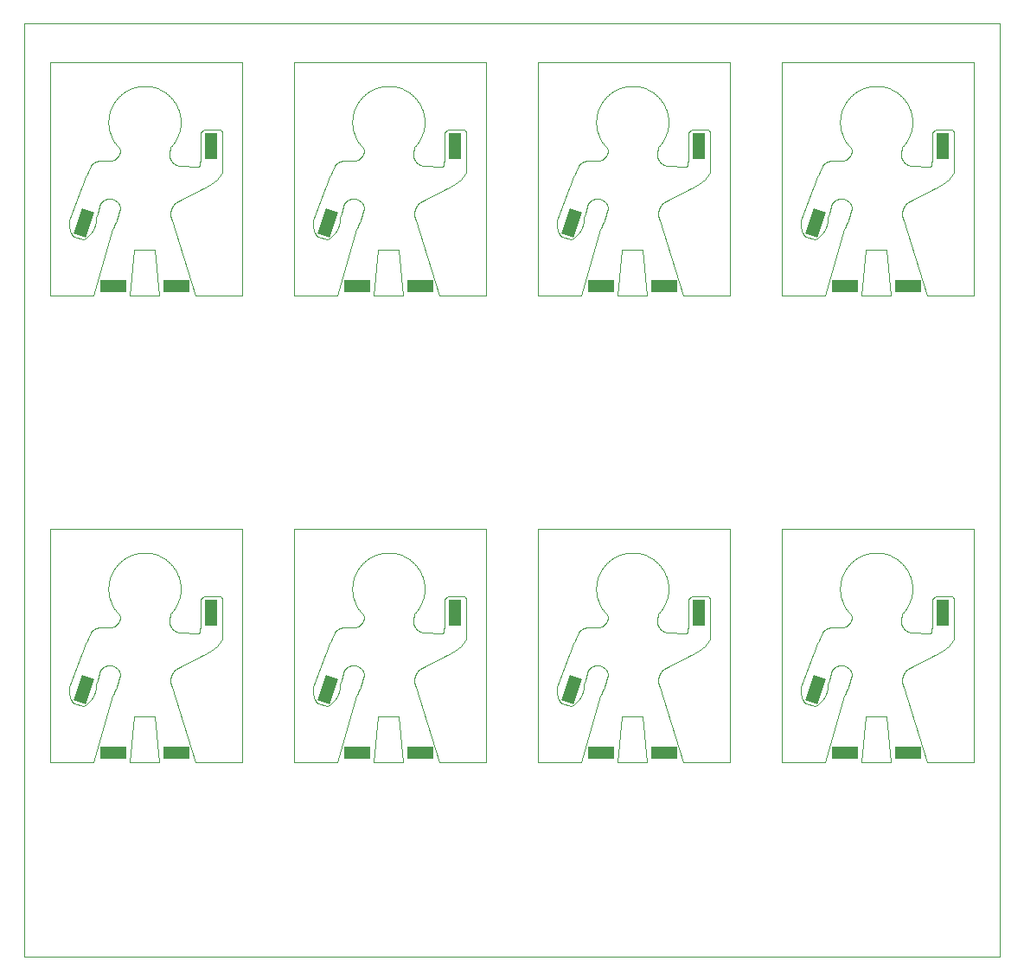
<source format=gtp>
G75*
%MOIN*%
%OFA0B0*%
%FSLAX25Y25*%
%IPPOS*%
%LPD*%
%AMOC8*
5,1,8,0,0,1.08239X$1,22.5*
%
%ADD10C,0.00000*%
%ADD11R,0.05000X0.10000*%
%ADD12R,0.10000X0.05000*%
D10*
X0016000Y0011000D02*
X0392000Y0011000D01*
X0392000Y0371000D01*
X0016000Y0371000D01*
X0016000Y0011000D01*
X0026000Y0086000D02*
X0026000Y0176000D01*
X0100000Y0176000D01*
X0100000Y0086000D01*
X0082000Y0086000D01*
X0074400Y0110500D01*
X0072900Y0115000D01*
X0072901Y0115000D02*
X0072836Y0115130D01*
X0072774Y0115261D01*
X0072717Y0115394D01*
X0072662Y0115529D01*
X0072612Y0115664D01*
X0072565Y0115802D01*
X0072521Y0115940D01*
X0072482Y0116079D01*
X0072446Y0116220D01*
X0072413Y0116361D01*
X0072385Y0116503D01*
X0072360Y0116646D01*
X0072340Y0116790D01*
X0072323Y0116934D01*
X0072309Y0117078D01*
X0072300Y0117223D01*
X0072295Y0117368D01*
X0072293Y0117513D01*
X0072295Y0117658D01*
X0072301Y0117802D01*
X0072311Y0117947D01*
X0072325Y0118091D01*
X0072343Y0118235D01*
X0072364Y0118379D01*
X0072390Y0118522D01*
X0072419Y0118664D01*
X0072452Y0118805D01*
X0072488Y0118945D01*
X0072529Y0119084D01*
X0072573Y0119222D01*
X0072620Y0119359D01*
X0072672Y0119495D01*
X0072726Y0119629D01*
X0072785Y0119762D01*
X0072847Y0119893D01*
X0072912Y0120022D01*
X0072981Y0120150D01*
X0073053Y0120276D01*
X0073129Y0120399D01*
X0073208Y0120521D01*
X0073290Y0120641D01*
X0073375Y0120758D01*
X0073463Y0120873D01*
X0073555Y0120986D01*
X0073649Y0121096D01*
X0073746Y0121203D01*
X0073846Y0121308D01*
X0073949Y0121411D01*
X0074054Y0121510D01*
X0074162Y0121607D01*
X0074273Y0121701D01*
X0074386Y0121791D01*
X0074501Y0121879D01*
X0074619Y0121964D01*
X0074739Y0122045D01*
X0074861Y0122123D01*
X0074985Y0122198D01*
X0075111Y0122270D01*
X0075239Y0122338D01*
X0075239Y0122339D02*
X0084966Y0127339D01*
X0082776Y0135728D02*
X0075900Y0136000D01*
X0075767Y0136016D01*
X0075634Y0136037D01*
X0075502Y0136062D01*
X0075371Y0136090D01*
X0075241Y0136123D01*
X0075112Y0136159D01*
X0074984Y0136199D01*
X0074857Y0136243D01*
X0074731Y0136291D01*
X0074607Y0136342D01*
X0074485Y0136397D01*
X0074364Y0136455D01*
X0074245Y0136518D01*
X0074128Y0136583D01*
X0074013Y0136652D01*
X0073900Y0136725D01*
X0073789Y0136800D01*
X0073681Y0136879D01*
X0073575Y0136961D01*
X0073471Y0137047D01*
X0073370Y0137135D01*
X0073272Y0137226D01*
X0073176Y0137320D01*
X0073083Y0137417D01*
X0072993Y0137517D01*
X0072907Y0137619D01*
X0072823Y0137724D01*
X0072742Y0137831D01*
X0072665Y0137941D01*
X0072590Y0138053D01*
X0072519Y0138167D01*
X0072452Y0138283D01*
X0072388Y0138401D01*
X0072328Y0138520D01*
X0072271Y0138642D01*
X0072218Y0138765D01*
X0072168Y0138890D01*
X0072122Y0139016D01*
X0072080Y0139143D01*
X0072042Y0139272D01*
X0072007Y0139402D01*
X0071977Y0139532D01*
X0071950Y0139664D01*
X0071927Y0139796D01*
X0071908Y0139929D01*
X0071893Y0140062D01*
X0071882Y0140196D01*
X0071875Y0140330D01*
X0071872Y0140464D01*
X0071873Y0140598D01*
X0071878Y0140733D01*
X0071887Y0140866D01*
X0071900Y0141000D01*
X0072160Y0143055D01*
X0084966Y0127338D02*
X0085328Y0127490D01*
X0085685Y0127651D01*
X0086039Y0127821D01*
X0086388Y0128000D01*
X0086733Y0128187D01*
X0087073Y0128382D01*
X0087409Y0128585D01*
X0087739Y0128797D01*
X0088064Y0129017D01*
X0088384Y0129244D01*
X0088698Y0129480D01*
X0089006Y0129722D01*
X0089308Y0129973D01*
X0089603Y0130230D01*
X0089893Y0130495D01*
X0090176Y0130767D01*
X0090452Y0131046D01*
X0090721Y0131331D01*
X0090983Y0131623D01*
X0091238Y0131921D01*
X0091486Y0132225D01*
X0091726Y0132535D01*
X0091959Y0132851D01*
X0092183Y0133172D01*
X0092400Y0133499D01*
X0092400Y0133500D02*
X0092400Y0148800D01*
X0091567Y0150000D02*
X0085914Y0150000D01*
X0085826Y0149998D01*
X0085739Y0149992D01*
X0085652Y0149983D01*
X0085565Y0149969D01*
X0085479Y0149952D01*
X0085394Y0149931D01*
X0085310Y0149907D01*
X0085227Y0149878D01*
X0085145Y0149846D01*
X0085065Y0149811D01*
X0084987Y0149772D01*
X0084910Y0149730D01*
X0084835Y0149684D01*
X0084762Y0149635D01*
X0084692Y0149583D01*
X0084624Y0149528D01*
X0084558Y0149470D01*
X0084495Y0149409D01*
X0084434Y0149346D01*
X0084377Y0149280D01*
X0084322Y0149211D01*
X0084271Y0149140D01*
X0084222Y0149067D01*
X0084177Y0148992D01*
X0084135Y0148915D01*
X0084097Y0148836D01*
X0084062Y0148756D01*
X0084031Y0148674D01*
X0084003Y0148591D01*
X0083979Y0148506D01*
X0083959Y0148421D01*
X0083942Y0148335D01*
X0083929Y0148248D01*
X0083920Y0148161D01*
X0083915Y0148073D01*
X0083914Y0147986D01*
X0083971Y0139000D01*
X0083739Y0136379D01*
X0083707Y0136319D01*
X0083672Y0136262D01*
X0083633Y0136206D01*
X0083592Y0136153D01*
X0083547Y0136102D01*
X0083500Y0136054D01*
X0083450Y0136009D01*
X0083397Y0135966D01*
X0083343Y0135927D01*
X0083286Y0135891D01*
X0083227Y0135858D01*
X0083166Y0135828D01*
X0083104Y0135802D01*
X0083040Y0135780D01*
X0082975Y0135761D01*
X0082909Y0135746D01*
X0082843Y0135735D01*
X0082776Y0135728D01*
X0092400Y0148800D02*
X0092372Y0148889D01*
X0092340Y0148976D01*
X0092305Y0149062D01*
X0092267Y0149147D01*
X0092225Y0149230D01*
X0092180Y0149311D01*
X0092132Y0149390D01*
X0092080Y0149468D01*
X0092026Y0149543D01*
X0091968Y0149616D01*
X0091908Y0149686D01*
X0091845Y0149755D01*
X0091779Y0149820D01*
X0091711Y0149883D01*
X0091640Y0149943D01*
X0091566Y0150000D01*
X0120000Y0176000D02*
X0194000Y0176000D01*
X0194000Y0086000D01*
X0176000Y0086000D01*
X0168400Y0110500D01*
X0166900Y0115000D01*
X0166901Y0115000D02*
X0166836Y0115130D01*
X0166774Y0115261D01*
X0166717Y0115394D01*
X0166662Y0115529D01*
X0166612Y0115664D01*
X0166565Y0115802D01*
X0166521Y0115940D01*
X0166482Y0116079D01*
X0166446Y0116220D01*
X0166413Y0116361D01*
X0166385Y0116503D01*
X0166360Y0116646D01*
X0166340Y0116790D01*
X0166323Y0116934D01*
X0166309Y0117078D01*
X0166300Y0117223D01*
X0166295Y0117368D01*
X0166293Y0117513D01*
X0166295Y0117658D01*
X0166301Y0117802D01*
X0166311Y0117947D01*
X0166325Y0118091D01*
X0166343Y0118235D01*
X0166364Y0118379D01*
X0166390Y0118522D01*
X0166419Y0118664D01*
X0166452Y0118805D01*
X0166488Y0118945D01*
X0166529Y0119084D01*
X0166573Y0119222D01*
X0166620Y0119359D01*
X0166672Y0119495D01*
X0166726Y0119629D01*
X0166785Y0119762D01*
X0166847Y0119893D01*
X0166912Y0120022D01*
X0166981Y0120150D01*
X0167053Y0120276D01*
X0167129Y0120399D01*
X0167208Y0120521D01*
X0167290Y0120641D01*
X0167375Y0120758D01*
X0167463Y0120873D01*
X0167555Y0120986D01*
X0167649Y0121096D01*
X0167746Y0121203D01*
X0167846Y0121308D01*
X0167949Y0121411D01*
X0168054Y0121510D01*
X0168162Y0121607D01*
X0168273Y0121701D01*
X0168386Y0121791D01*
X0168501Y0121879D01*
X0168619Y0121964D01*
X0168739Y0122045D01*
X0168861Y0122123D01*
X0168985Y0122198D01*
X0169111Y0122270D01*
X0169239Y0122338D01*
X0169239Y0122339D02*
X0178966Y0127339D01*
X0176776Y0135728D02*
X0169900Y0136000D01*
X0169767Y0136016D01*
X0169634Y0136037D01*
X0169502Y0136062D01*
X0169371Y0136090D01*
X0169241Y0136123D01*
X0169112Y0136159D01*
X0168984Y0136199D01*
X0168857Y0136243D01*
X0168731Y0136291D01*
X0168607Y0136342D01*
X0168485Y0136397D01*
X0168364Y0136455D01*
X0168245Y0136518D01*
X0168128Y0136583D01*
X0168013Y0136652D01*
X0167900Y0136725D01*
X0167789Y0136800D01*
X0167681Y0136879D01*
X0167575Y0136961D01*
X0167471Y0137047D01*
X0167370Y0137135D01*
X0167272Y0137226D01*
X0167176Y0137320D01*
X0167083Y0137417D01*
X0166993Y0137517D01*
X0166907Y0137619D01*
X0166823Y0137724D01*
X0166742Y0137831D01*
X0166665Y0137941D01*
X0166590Y0138053D01*
X0166519Y0138167D01*
X0166452Y0138283D01*
X0166388Y0138401D01*
X0166328Y0138520D01*
X0166271Y0138642D01*
X0166218Y0138765D01*
X0166168Y0138890D01*
X0166122Y0139016D01*
X0166080Y0139143D01*
X0166042Y0139272D01*
X0166007Y0139402D01*
X0165977Y0139532D01*
X0165950Y0139664D01*
X0165927Y0139796D01*
X0165908Y0139929D01*
X0165893Y0140062D01*
X0165882Y0140196D01*
X0165875Y0140330D01*
X0165872Y0140464D01*
X0165873Y0140598D01*
X0165878Y0140733D01*
X0165887Y0140866D01*
X0165900Y0141000D01*
X0166160Y0143055D01*
X0178966Y0127338D02*
X0179328Y0127490D01*
X0179685Y0127651D01*
X0180039Y0127821D01*
X0180388Y0128000D01*
X0180733Y0128187D01*
X0181073Y0128382D01*
X0181409Y0128585D01*
X0181739Y0128797D01*
X0182064Y0129017D01*
X0182384Y0129244D01*
X0182698Y0129480D01*
X0183006Y0129722D01*
X0183308Y0129973D01*
X0183603Y0130230D01*
X0183893Y0130495D01*
X0184176Y0130767D01*
X0184452Y0131046D01*
X0184721Y0131331D01*
X0184983Y0131623D01*
X0185238Y0131921D01*
X0185486Y0132225D01*
X0185726Y0132535D01*
X0185959Y0132851D01*
X0186183Y0133172D01*
X0186400Y0133499D01*
X0186400Y0133500D02*
X0186400Y0148800D01*
X0185567Y0150000D02*
X0179914Y0150000D01*
X0179826Y0149998D01*
X0179739Y0149992D01*
X0179652Y0149983D01*
X0179565Y0149969D01*
X0179479Y0149952D01*
X0179394Y0149931D01*
X0179310Y0149907D01*
X0179227Y0149878D01*
X0179145Y0149846D01*
X0179065Y0149811D01*
X0178987Y0149772D01*
X0178910Y0149730D01*
X0178835Y0149684D01*
X0178762Y0149635D01*
X0178692Y0149583D01*
X0178624Y0149528D01*
X0178558Y0149470D01*
X0178495Y0149409D01*
X0178434Y0149346D01*
X0178377Y0149280D01*
X0178322Y0149211D01*
X0178271Y0149140D01*
X0178222Y0149067D01*
X0178177Y0148992D01*
X0178135Y0148915D01*
X0178097Y0148836D01*
X0178062Y0148756D01*
X0178031Y0148674D01*
X0178003Y0148591D01*
X0177979Y0148506D01*
X0177959Y0148421D01*
X0177942Y0148335D01*
X0177929Y0148248D01*
X0177920Y0148161D01*
X0177915Y0148073D01*
X0177914Y0147986D01*
X0177971Y0139000D01*
X0177739Y0136379D01*
X0177707Y0136319D01*
X0177672Y0136262D01*
X0177633Y0136206D01*
X0177592Y0136153D01*
X0177547Y0136102D01*
X0177500Y0136054D01*
X0177450Y0136009D01*
X0177397Y0135966D01*
X0177343Y0135927D01*
X0177286Y0135891D01*
X0177227Y0135858D01*
X0177166Y0135828D01*
X0177104Y0135802D01*
X0177040Y0135780D01*
X0176975Y0135761D01*
X0176909Y0135746D01*
X0176843Y0135735D01*
X0176776Y0135728D01*
X0186400Y0148800D02*
X0186372Y0148889D01*
X0186340Y0148976D01*
X0186305Y0149062D01*
X0186267Y0149147D01*
X0186225Y0149230D01*
X0186180Y0149311D01*
X0186132Y0149390D01*
X0186080Y0149468D01*
X0186026Y0149543D01*
X0185968Y0149616D01*
X0185908Y0149686D01*
X0185845Y0149755D01*
X0185779Y0149820D01*
X0185711Y0149883D01*
X0185640Y0149943D01*
X0185566Y0150000D01*
X0166159Y0143056D02*
X0166397Y0143299D01*
X0166628Y0143548D01*
X0166853Y0143802D01*
X0167072Y0144062D01*
X0167285Y0144328D01*
X0167491Y0144598D01*
X0167690Y0144873D01*
X0167882Y0145153D01*
X0168068Y0145438D01*
X0168247Y0145727D01*
X0168418Y0146020D01*
X0168582Y0146318D01*
X0168739Y0146619D01*
X0168889Y0146924D01*
X0169031Y0147233D01*
X0169166Y0147545D01*
X0169292Y0147861D01*
X0169412Y0148179D01*
X0169523Y0148500D01*
X0169626Y0148824D01*
X0169722Y0149150D01*
X0169809Y0149478D01*
X0169889Y0149809D01*
X0169960Y0150141D01*
X0170023Y0150475D01*
X0170079Y0150810D01*
X0170125Y0151147D01*
X0170164Y0151484D01*
X0170194Y0151823D01*
X0170217Y0152162D01*
X0170230Y0152502D01*
X0170236Y0152841D01*
X0170233Y0153181D01*
X0170222Y0153521D01*
X0170203Y0153860D01*
X0170175Y0154199D01*
X0170139Y0154537D01*
X0170095Y0154874D01*
X0170043Y0155210D01*
X0169982Y0155544D01*
X0169914Y0155877D01*
X0169837Y0156208D01*
X0169752Y0156537D01*
X0169659Y0156864D01*
X0169558Y0157188D01*
X0169450Y0157510D01*
X0169333Y0157830D01*
X0169209Y0158146D01*
X0169077Y0158459D01*
X0168937Y0158769D01*
X0168790Y0159075D01*
X0168636Y0159378D01*
X0168474Y0159677D01*
X0168305Y0159972D01*
X0168128Y0160262D01*
X0167945Y0160548D01*
X0167755Y0160830D01*
X0167558Y0161107D01*
X0167354Y0161379D01*
X0167144Y0161646D01*
X0166927Y0161907D01*
X0166704Y0162164D01*
X0166474Y0162415D01*
X0166239Y0162660D01*
X0165998Y0162899D01*
X0165751Y0163132D01*
X0165498Y0163360D01*
X0165240Y0163581D01*
X0164976Y0163795D01*
X0164708Y0164004D01*
X0164434Y0164205D01*
X0164156Y0164400D01*
X0163872Y0164588D01*
X0163585Y0164769D01*
X0163293Y0164943D01*
X0162997Y0165109D01*
X0162697Y0165269D01*
X0162393Y0165421D01*
X0162085Y0165566D01*
X0161774Y0165703D01*
X0161460Y0165832D01*
X0161143Y0165954D01*
X0160822Y0166068D01*
X0160500Y0166174D01*
X0160174Y0166272D01*
X0159846Y0166362D01*
X0159517Y0166444D01*
X0159185Y0166518D01*
X0158852Y0166584D01*
X0158517Y0166642D01*
X0158181Y0166692D01*
X0157843Y0166733D01*
X0157505Y0166766D01*
X0157166Y0166791D01*
X0156827Y0166808D01*
X0156487Y0166816D01*
X0156147Y0166816D01*
X0155807Y0166808D01*
X0155468Y0166791D01*
X0155129Y0166766D01*
X0154791Y0166733D01*
X0154453Y0166692D01*
X0154117Y0166642D01*
X0153782Y0166584D01*
X0153449Y0166518D01*
X0153117Y0166444D01*
X0152788Y0166362D01*
X0152460Y0166272D01*
X0152134Y0166174D01*
X0151812Y0166068D01*
X0151491Y0165954D01*
X0151174Y0165832D01*
X0150860Y0165703D01*
X0150549Y0165566D01*
X0150241Y0165421D01*
X0149937Y0165269D01*
X0149637Y0165109D01*
X0149341Y0164943D01*
X0149049Y0164769D01*
X0148762Y0164588D01*
X0148478Y0164400D01*
X0148200Y0164205D01*
X0147926Y0164004D01*
X0147658Y0163795D01*
X0147394Y0163581D01*
X0147136Y0163360D01*
X0146883Y0163132D01*
X0146636Y0162899D01*
X0146395Y0162660D01*
X0146160Y0162415D01*
X0145930Y0162164D01*
X0145707Y0161907D01*
X0145490Y0161646D01*
X0145280Y0161379D01*
X0145076Y0161107D01*
X0144879Y0160830D01*
X0144689Y0160548D01*
X0144506Y0160262D01*
X0144329Y0159972D01*
X0144160Y0159677D01*
X0143998Y0159378D01*
X0143844Y0159075D01*
X0143697Y0158769D01*
X0143557Y0158459D01*
X0143425Y0158146D01*
X0143301Y0157830D01*
X0143184Y0157510D01*
X0143076Y0157188D01*
X0142975Y0156864D01*
X0142882Y0156537D01*
X0142797Y0156208D01*
X0142720Y0155877D01*
X0142652Y0155544D01*
X0142591Y0155210D01*
X0142539Y0154874D01*
X0142495Y0154537D01*
X0142459Y0154199D01*
X0142431Y0153860D01*
X0142412Y0153521D01*
X0142401Y0153181D01*
X0142398Y0152841D01*
X0142404Y0152502D01*
X0142417Y0152162D01*
X0142440Y0151823D01*
X0142470Y0151484D01*
X0142509Y0151147D01*
X0142555Y0150810D01*
X0142611Y0150475D01*
X0142674Y0150141D01*
X0142745Y0149809D01*
X0142825Y0149478D01*
X0142912Y0149150D01*
X0143008Y0148824D01*
X0143111Y0148500D01*
X0143222Y0148179D01*
X0143342Y0147861D01*
X0143468Y0147545D01*
X0143603Y0147233D01*
X0143745Y0146924D01*
X0143895Y0146619D01*
X0144052Y0146318D01*
X0144216Y0146020D01*
X0144387Y0145727D01*
X0144566Y0145438D01*
X0144752Y0145153D01*
X0144944Y0144873D01*
X0145143Y0144598D01*
X0145349Y0144328D01*
X0145562Y0144062D01*
X0145781Y0143802D01*
X0146006Y0143548D01*
X0146237Y0143299D01*
X0146475Y0143056D01*
X0146475Y0143055D02*
X0146900Y0142000D01*
X0146898Y0141874D01*
X0146892Y0141749D01*
X0146882Y0141624D01*
X0146868Y0141499D01*
X0146851Y0141374D01*
X0146829Y0141250D01*
X0146804Y0141127D01*
X0146774Y0141005D01*
X0146741Y0140884D01*
X0146704Y0140764D01*
X0146664Y0140645D01*
X0146619Y0140528D01*
X0146571Y0140411D01*
X0146519Y0140297D01*
X0146464Y0140184D01*
X0146405Y0140073D01*
X0146343Y0139964D01*
X0146277Y0139857D01*
X0146208Y0139752D01*
X0146136Y0139649D01*
X0146061Y0139548D01*
X0145982Y0139450D01*
X0145900Y0139355D01*
X0145816Y0139262D01*
X0145728Y0139172D01*
X0145638Y0139084D01*
X0145545Y0139000D01*
X0145450Y0138918D01*
X0145352Y0138839D01*
X0145251Y0138764D01*
X0145148Y0138692D01*
X0145043Y0138623D01*
X0144936Y0138557D01*
X0144827Y0138495D01*
X0144716Y0138436D01*
X0144603Y0138381D01*
X0144489Y0138329D01*
X0144372Y0138281D01*
X0144255Y0138236D01*
X0144136Y0138196D01*
X0144016Y0138159D01*
X0143895Y0138126D01*
X0143773Y0138096D01*
X0143650Y0138071D01*
X0143526Y0138049D01*
X0143401Y0138032D01*
X0143276Y0138018D01*
X0143151Y0138008D01*
X0143026Y0138002D01*
X0142900Y0138000D01*
X0140023Y0138000D01*
X0136001Y0136521D02*
X0134363Y0133075D01*
X0136001Y0136520D02*
X0136098Y0136620D01*
X0136198Y0136716D01*
X0136300Y0136809D01*
X0136406Y0136900D01*
X0136513Y0136987D01*
X0136623Y0137072D01*
X0136736Y0137153D01*
X0136851Y0137231D01*
X0136968Y0137305D01*
X0137087Y0137376D01*
X0137208Y0137444D01*
X0137331Y0137508D01*
X0137455Y0137569D01*
X0137582Y0137626D01*
X0137710Y0137680D01*
X0137839Y0137729D01*
X0137970Y0137775D01*
X0138102Y0137818D01*
X0138236Y0137856D01*
X0138370Y0137891D01*
X0138505Y0137922D01*
X0138641Y0137948D01*
X0138778Y0137971D01*
X0138915Y0137990D01*
X0139053Y0138005D01*
X0139192Y0138017D01*
X0139330Y0138024D01*
X0139469Y0138027D01*
X0139607Y0138026D01*
X0139746Y0138021D01*
X0139884Y0138012D01*
X0140023Y0138000D01*
X0132426Y0128242D02*
X0127400Y0114929D01*
X0132674Y0107522D02*
X0132879Y0107640D01*
X0133081Y0107762D01*
X0133280Y0107890D01*
X0133477Y0108022D01*
X0133669Y0108159D01*
X0133859Y0108300D01*
X0134045Y0108446D01*
X0134227Y0108597D01*
X0134406Y0108751D01*
X0134581Y0108910D01*
X0134752Y0109074D01*
X0134919Y0109241D01*
X0135082Y0109412D01*
X0135241Y0109587D01*
X0135396Y0109766D01*
X0135546Y0109949D01*
X0135692Y0110135D01*
X0135833Y0110325D01*
X0135970Y0110517D01*
X0136102Y0110714D01*
X0136229Y0110913D01*
X0136352Y0111115D01*
X0136469Y0111320D01*
X0136582Y0111528D01*
X0136689Y0111739D01*
X0136792Y0111952D01*
X0136889Y0112168D01*
X0136981Y0112386D01*
X0137068Y0112605D01*
X0137149Y0112827D01*
X0137225Y0113051D01*
X0137296Y0113277D01*
X0137361Y0113504D01*
X0137421Y0113733D01*
X0137475Y0113963D01*
X0137524Y0114195D01*
X0137567Y0114427D01*
X0137604Y0114661D01*
X0137636Y0114895D01*
X0137662Y0115130D01*
X0137683Y0115366D01*
X0137697Y0115602D01*
X0137707Y0115838D01*
X0137706Y0115838D02*
X0138200Y0117800D01*
X0138800Y0120300D01*
X0138835Y0120423D01*
X0138875Y0120545D01*
X0138918Y0120666D01*
X0138965Y0120785D01*
X0139016Y0120903D01*
X0139070Y0121019D01*
X0139128Y0121134D01*
X0139189Y0121247D01*
X0139254Y0121357D01*
X0139322Y0121466D01*
X0139394Y0121573D01*
X0139468Y0121677D01*
X0139546Y0121779D01*
X0139627Y0121878D01*
X0139711Y0121975D01*
X0139798Y0122070D01*
X0139888Y0122161D01*
X0139981Y0122250D01*
X0140076Y0122336D01*
X0140174Y0122419D01*
X0140274Y0122499D01*
X0140377Y0122576D01*
X0140482Y0122649D01*
X0140590Y0122719D01*
X0140699Y0122786D01*
X0140811Y0122850D01*
X0140924Y0122910D01*
X0141039Y0122966D01*
X0141156Y0123019D01*
X0141275Y0123068D01*
X0141394Y0123114D01*
X0141516Y0123156D01*
X0141638Y0123194D01*
X0141762Y0123229D01*
X0141886Y0123259D01*
X0142012Y0123286D01*
X0142138Y0123309D01*
X0142265Y0123328D01*
X0142392Y0123343D01*
X0142520Y0123354D01*
X0142648Y0123361D01*
X0142777Y0123364D01*
X0142905Y0123363D01*
X0143033Y0123358D01*
X0143161Y0123350D01*
X0143289Y0123337D01*
X0143416Y0123320D01*
X0143543Y0123300D01*
X0143669Y0123276D01*
X0143794Y0123247D01*
X0143918Y0123215D01*
X0144041Y0123179D01*
X0144163Y0123140D01*
X0144284Y0123096D01*
X0144403Y0123049D01*
X0144521Y0122998D01*
X0144637Y0122944D01*
X0144752Y0122886D01*
X0144864Y0122825D01*
X0144975Y0122760D01*
X0145084Y0122691D01*
X0145190Y0122620D01*
X0145294Y0122545D01*
X0145396Y0122467D01*
X0145496Y0122386D01*
X0145593Y0122302D01*
X0145687Y0122215D01*
X0145778Y0122125D01*
X0145867Y0122032D01*
X0145953Y0121937D01*
X0146036Y0121839D01*
X0146115Y0121738D01*
X0146192Y0121635D01*
X0146265Y0121530D01*
X0146336Y0121423D01*
X0146402Y0121313D01*
X0146466Y0121202D01*
X0146526Y0121088D01*
X0146582Y0120973D01*
X0146635Y0120856D01*
X0146684Y0120737D01*
X0146730Y0120617D01*
X0146771Y0120496D01*
X0146809Y0120374D01*
X0146844Y0120250D01*
X0146874Y0120125D01*
X0146901Y0120000D01*
X0132426Y0128242D02*
X0132499Y0128583D01*
X0132581Y0128922D01*
X0132671Y0129260D01*
X0132769Y0129595D01*
X0132875Y0129927D01*
X0132989Y0130257D01*
X0133111Y0130584D01*
X0133241Y0130908D01*
X0133378Y0131229D01*
X0133524Y0131546D01*
X0133677Y0131860D01*
X0133837Y0132170D01*
X0134005Y0132476D01*
X0134180Y0132778D01*
X0134363Y0133075D01*
X0146900Y0120000D02*
X0146798Y0119404D01*
X0146682Y0118811D01*
X0146551Y0118221D01*
X0146406Y0117635D01*
X0146247Y0117052D01*
X0146074Y0116473D01*
X0145887Y0115898D01*
X0145686Y0115328D01*
X0145471Y0114764D01*
X0145242Y0114204D01*
X0145000Y0113651D01*
X0144745Y0113103D01*
X0144476Y0112562D01*
X0144195Y0112027D01*
X0143900Y0111500D01*
X0136500Y0086000D01*
X0120000Y0086000D01*
X0120000Y0176000D01*
X0072159Y0143056D02*
X0072397Y0143299D01*
X0072628Y0143548D01*
X0072853Y0143802D01*
X0073072Y0144062D01*
X0073285Y0144328D01*
X0073491Y0144598D01*
X0073690Y0144873D01*
X0073882Y0145153D01*
X0074068Y0145438D01*
X0074247Y0145727D01*
X0074418Y0146020D01*
X0074582Y0146318D01*
X0074739Y0146619D01*
X0074889Y0146924D01*
X0075031Y0147233D01*
X0075166Y0147545D01*
X0075292Y0147861D01*
X0075412Y0148179D01*
X0075523Y0148500D01*
X0075626Y0148824D01*
X0075722Y0149150D01*
X0075809Y0149478D01*
X0075889Y0149809D01*
X0075960Y0150141D01*
X0076023Y0150475D01*
X0076079Y0150810D01*
X0076125Y0151147D01*
X0076164Y0151484D01*
X0076194Y0151823D01*
X0076217Y0152162D01*
X0076230Y0152502D01*
X0076236Y0152841D01*
X0076233Y0153181D01*
X0076222Y0153521D01*
X0076203Y0153860D01*
X0076175Y0154199D01*
X0076139Y0154537D01*
X0076095Y0154874D01*
X0076043Y0155210D01*
X0075982Y0155544D01*
X0075914Y0155877D01*
X0075837Y0156208D01*
X0075752Y0156537D01*
X0075659Y0156864D01*
X0075558Y0157188D01*
X0075450Y0157510D01*
X0075333Y0157830D01*
X0075209Y0158146D01*
X0075077Y0158459D01*
X0074937Y0158769D01*
X0074790Y0159075D01*
X0074636Y0159378D01*
X0074474Y0159677D01*
X0074305Y0159972D01*
X0074128Y0160262D01*
X0073945Y0160548D01*
X0073755Y0160830D01*
X0073558Y0161107D01*
X0073354Y0161379D01*
X0073144Y0161646D01*
X0072927Y0161907D01*
X0072704Y0162164D01*
X0072474Y0162415D01*
X0072239Y0162660D01*
X0071998Y0162899D01*
X0071751Y0163132D01*
X0071498Y0163360D01*
X0071240Y0163581D01*
X0070976Y0163795D01*
X0070708Y0164004D01*
X0070434Y0164205D01*
X0070156Y0164400D01*
X0069872Y0164588D01*
X0069585Y0164769D01*
X0069293Y0164943D01*
X0068997Y0165109D01*
X0068697Y0165269D01*
X0068393Y0165421D01*
X0068085Y0165566D01*
X0067774Y0165703D01*
X0067460Y0165832D01*
X0067143Y0165954D01*
X0066822Y0166068D01*
X0066500Y0166174D01*
X0066174Y0166272D01*
X0065846Y0166362D01*
X0065517Y0166444D01*
X0065185Y0166518D01*
X0064852Y0166584D01*
X0064517Y0166642D01*
X0064181Y0166692D01*
X0063843Y0166733D01*
X0063505Y0166766D01*
X0063166Y0166791D01*
X0062827Y0166808D01*
X0062487Y0166816D01*
X0062147Y0166816D01*
X0061807Y0166808D01*
X0061468Y0166791D01*
X0061129Y0166766D01*
X0060791Y0166733D01*
X0060453Y0166692D01*
X0060117Y0166642D01*
X0059782Y0166584D01*
X0059449Y0166518D01*
X0059117Y0166444D01*
X0058788Y0166362D01*
X0058460Y0166272D01*
X0058134Y0166174D01*
X0057812Y0166068D01*
X0057491Y0165954D01*
X0057174Y0165832D01*
X0056860Y0165703D01*
X0056549Y0165566D01*
X0056241Y0165421D01*
X0055937Y0165269D01*
X0055637Y0165109D01*
X0055341Y0164943D01*
X0055049Y0164769D01*
X0054762Y0164588D01*
X0054478Y0164400D01*
X0054200Y0164205D01*
X0053926Y0164004D01*
X0053658Y0163795D01*
X0053394Y0163581D01*
X0053136Y0163360D01*
X0052883Y0163132D01*
X0052636Y0162899D01*
X0052395Y0162660D01*
X0052160Y0162415D01*
X0051930Y0162164D01*
X0051707Y0161907D01*
X0051490Y0161646D01*
X0051280Y0161379D01*
X0051076Y0161107D01*
X0050879Y0160830D01*
X0050689Y0160548D01*
X0050506Y0160262D01*
X0050329Y0159972D01*
X0050160Y0159677D01*
X0049998Y0159378D01*
X0049844Y0159075D01*
X0049697Y0158769D01*
X0049557Y0158459D01*
X0049425Y0158146D01*
X0049301Y0157830D01*
X0049184Y0157510D01*
X0049076Y0157188D01*
X0048975Y0156864D01*
X0048882Y0156537D01*
X0048797Y0156208D01*
X0048720Y0155877D01*
X0048652Y0155544D01*
X0048591Y0155210D01*
X0048539Y0154874D01*
X0048495Y0154537D01*
X0048459Y0154199D01*
X0048431Y0153860D01*
X0048412Y0153521D01*
X0048401Y0153181D01*
X0048398Y0152841D01*
X0048404Y0152502D01*
X0048417Y0152162D01*
X0048440Y0151823D01*
X0048470Y0151484D01*
X0048509Y0151147D01*
X0048555Y0150810D01*
X0048611Y0150475D01*
X0048674Y0150141D01*
X0048745Y0149809D01*
X0048825Y0149478D01*
X0048912Y0149150D01*
X0049008Y0148824D01*
X0049111Y0148500D01*
X0049222Y0148179D01*
X0049342Y0147861D01*
X0049468Y0147545D01*
X0049603Y0147233D01*
X0049745Y0146924D01*
X0049895Y0146619D01*
X0050052Y0146318D01*
X0050216Y0146020D01*
X0050387Y0145727D01*
X0050566Y0145438D01*
X0050752Y0145153D01*
X0050944Y0144873D01*
X0051143Y0144598D01*
X0051349Y0144328D01*
X0051562Y0144062D01*
X0051781Y0143802D01*
X0052006Y0143548D01*
X0052237Y0143299D01*
X0052475Y0143056D01*
X0052475Y0143055D02*
X0052900Y0142000D01*
X0052898Y0141874D01*
X0052892Y0141749D01*
X0052882Y0141624D01*
X0052868Y0141499D01*
X0052851Y0141374D01*
X0052829Y0141250D01*
X0052804Y0141127D01*
X0052774Y0141005D01*
X0052741Y0140884D01*
X0052704Y0140764D01*
X0052664Y0140645D01*
X0052619Y0140528D01*
X0052571Y0140411D01*
X0052519Y0140297D01*
X0052464Y0140184D01*
X0052405Y0140073D01*
X0052343Y0139964D01*
X0052277Y0139857D01*
X0052208Y0139752D01*
X0052136Y0139649D01*
X0052061Y0139548D01*
X0051982Y0139450D01*
X0051900Y0139355D01*
X0051816Y0139262D01*
X0051728Y0139172D01*
X0051638Y0139084D01*
X0051545Y0139000D01*
X0051450Y0138918D01*
X0051352Y0138839D01*
X0051251Y0138764D01*
X0051148Y0138692D01*
X0051043Y0138623D01*
X0050936Y0138557D01*
X0050827Y0138495D01*
X0050716Y0138436D01*
X0050603Y0138381D01*
X0050489Y0138329D01*
X0050372Y0138281D01*
X0050255Y0138236D01*
X0050136Y0138196D01*
X0050016Y0138159D01*
X0049895Y0138126D01*
X0049773Y0138096D01*
X0049650Y0138071D01*
X0049526Y0138049D01*
X0049401Y0138032D01*
X0049276Y0138018D01*
X0049151Y0138008D01*
X0049026Y0138002D01*
X0048900Y0138000D01*
X0046023Y0138000D01*
X0042001Y0136521D02*
X0040363Y0133075D01*
X0042001Y0136520D02*
X0042098Y0136620D01*
X0042198Y0136716D01*
X0042300Y0136809D01*
X0042406Y0136900D01*
X0042513Y0136987D01*
X0042623Y0137072D01*
X0042736Y0137153D01*
X0042851Y0137231D01*
X0042968Y0137305D01*
X0043087Y0137376D01*
X0043208Y0137444D01*
X0043331Y0137508D01*
X0043455Y0137569D01*
X0043582Y0137626D01*
X0043710Y0137680D01*
X0043839Y0137729D01*
X0043970Y0137775D01*
X0044102Y0137818D01*
X0044236Y0137856D01*
X0044370Y0137891D01*
X0044505Y0137922D01*
X0044641Y0137948D01*
X0044778Y0137971D01*
X0044915Y0137990D01*
X0045053Y0138005D01*
X0045192Y0138017D01*
X0045330Y0138024D01*
X0045469Y0138027D01*
X0045607Y0138026D01*
X0045746Y0138021D01*
X0045884Y0138012D01*
X0046023Y0138000D01*
X0038426Y0128242D02*
X0033400Y0114929D01*
X0038674Y0107522D02*
X0038879Y0107640D01*
X0039081Y0107762D01*
X0039280Y0107890D01*
X0039477Y0108022D01*
X0039669Y0108159D01*
X0039859Y0108300D01*
X0040045Y0108446D01*
X0040227Y0108597D01*
X0040406Y0108751D01*
X0040581Y0108910D01*
X0040752Y0109074D01*
X0040919Y0109241D01*
X0041082Y0109412D01*
X0041241Y0109587D01*
X0041396Y0109766D01*
X0041546Y0109949D01*
X0041692Y0110135D01*
X0041833Y0110325D01*
X0041970Y0110517D01*
X0042102Y0110714D01*
X0042229Y0110913D01*
X0042352Y0111115D01*
X0042469Y0111320D01*
X0042582Y0111528D01*
X0042689Y0111739D01*
X0042792Y0111952D01*
X0042889Y0112168D01*
X0042981Y0112386D01*
X0043068Y0112605D01*
X0043149Y0112827D01*
X0043225Y0113051D01*
X0043296Y0113277D01*
X0043361Y0113504D01*
X0043421Y0113733D01*
X0043475Y0113963D01*
X0043524Y0114195D01*
X0043567Y0114427D01*
X0043604Y0114661D01*
X0043636Y0114895D01*
X0043662Y0115130D01*
X0043683Y0115366D01*
X0043697Y0115602D01*
X0043707Y0115838D01*
X0043706Y0115838D02*
X0044200Y0117800D01*
X0044800Y0120300D01*
X0044835Y0120423D01*
X0044875Y0120545D01*
X0044918Y0120666D01*
X0044965Y0120785D01*
X0045016Y0120903D01*
X0045070Y0121019D01*
X0045128Y0121134D01*
X0045189Y0121247D01*
X0045254Y0121357D01*
X0045322Y0121466D01*
X0045394Y0121573D01*
X0045468Y0121677D01*
X0045546Y0121779D01*
X0045627Y0121878D01*
X0045711Y0121975D01*
X0045798Y0122070D01*
X0045888Y0122161D01*
X0045981Y0122250D01*
X0046076Y0122336D01*
X0046174Y0122419D01*
X0046274Y0122499D01*
X0046377Y0122576D01*
X0046482Y0122649D01*
X0046590Y0122719D01*
X0046699Y0122786D01*
X0046811Y0122850D01*
X0046924Y0122910D01*
X0047039Y0122966D01*
X0047156Y0123019D01*
X0047275Y0123068D01*
X0047394Y0123114D01*
X0047516Y0123156D01*
X0047638Y0123194D01*
X0047762Y0123229D01*
X0047886Y0123259D01*
X0048012Y0123286D01*
X0048138Y0123309D01*
X0048265Y0123328D01*
X0048392Y0123343D01*
X0048520Y0123354D01*
X0048648Y0123361D01*
X0048777Y0123364D01*
X0048905Y0123363D01*
X0049033Y0123358D01*
X0049161Y0123350D01*
X0049289Y0123337D01*
X0049416Y0123320D01*
X0049543Y0123300D01*
X0049669Y0123276D01*
X0049794Y0123247D01*
X0049918Y0123215D01*
X0050041Y0123179D01*
X0050163Y0123140D01*
X0050284Y0123096D01*
X0050403Y0123049D01*
X0050521Y0122998D01*
X0050637Y0122944D01*
X0050752Y0122886D01*
X0050864Y0122825D01*
X0050975Y0122760D01*
X0051084Y0122691D01*
X0051190Y0122620D01*
X0051294Y0122545D01*
X0051396Y0122467D01*
X0051496Y0122386D01*
X0051593Y0122302D01*
X0051687Y0122215D01*
X0051778Y0122125D01*
X0051867Y0122032D01*
X0051953Y0121937D01*
X0052036Y0121839D01*
X0052115Y0121738D01*
X0052192Y0121635D01*
X0052265Y0121530D01*
X0052336Y0121423D01*
X0052402Y0121313D01*
X0052466Y0121202D01*
X0052526Y0121088D01*
X0052582Y0120973D01*
X0052635Y0120856D01*
X0052684Y0120737D01*
X0052730Y0120617D01*
X0052771Y0120496D01*
X0052809Y0120374D01*
X0052844Y0120250D01*
X0052874Y0120125D01*
X0052901Y0120000D01*
X0038426Y0128242D02*
X0038499Y0128583D01*
X0038581Y0128922D01*
X0038671Y0129260D01*
X0038769Y0129595D01*
X0038875Y0129927D01*
X0038989Y0130257D01*
X0039111Y0130584D01*
X0039241Y0130908D01*
X0039378Y0131229D01*
X0039524Y0131546D01*
X0039677Y0131860D01*
X0039837Y0132170D01*
X0040005Y0132476D01*
X0040180Y0132778D01*
X0040363Y0133075D01*
X0052900Y0120000D02*
X0052798Y0119404D01*
X0052682Y0118811D01*
X0052551Y0118221D01*
X0052406Y0117635D01*
X0052247Y0117052D01*
X0052074Y0116473D01*
X0051887Y0115898D01*
X0051686Y0115328D01*
X0051471Y0114764D01*
X0051242Y0114204D01*
X0051000Y0113651D01*
X0050745Y0113103D01*
X0050476Y0112562D01*
X0050195Y0112027D01*
X0049900Y0111500D01*
X0042500Y0086000D01*
X0026000Y0086000D01*
X0035359Y0108622D02*
X0038674Y0107522D01*
X0035359Y0108622D02*
X0035280Y0108647D01*
X0035202Y0108675D01*
X0035125Y0108707D01*
X0035050Y0108743D01*
X0034977Y0108782D01*
X0034905Y0108824D01*
X0034836Y0108870D01*
X0034768Y0108919D01*
X0034704Y0108971D01*
X0034641Y0109025D01*
X0034581Y0109083D01*
X0034524Y0109143D01*
X0034470Y0109206D01*
X0034418Y0109271D01*
X0034370Y0109339D01*
X0034325Y0109409D01*
X0034283Y0109480D01*
X0034244Y0109554D01*
X0034209Y0109629D01*
X0034178Y0109706D01*
X0034150Y0109784D01*
X0034125Y0109864D01*
X0034105Y0109944D01*
X0034088Y0110026D01*
X0033400Y0112280D01*
X0033400Y0112279D02*
X0033358Y0112390D01*
X0033320Y0112501D01*
X0033286Y0112614D01*
X0033255Y0112728D01*
X0033229Y0112843D01*
X0033205Y0112959D01*
X0033186Y0113075D01*
X0033171Y0113192D01*
X0033159Y0113309D01*
X0033151Y0113427D01*
X0033147Y0113545D01*
X0033147Y0113663D01*
X0033151Y0113781D01*
X0033159Y0113899D01*
X0033171Y0114016D01*
X0033186Y0114133D01*
X0033205Y0114249D01*
X0033229Y0114365D01*
X0033255Y0114480D01*
X0033286Y0114594D01*
X0033320Y0114707D01*
X0033358Y0114818D01*
X0033400Y0114929D01*
X0058380Y0103622D02*
X0056500Y0086000D01*
X0068000Y0086000D01*
X0066254Y0103622D01*
X0058380Y0103622D01*
X0127400Y0112280D02*
X0128088Y0110026D01*
X0128105Y0109944D01*
X0128125Y0109864D01*
X0128150Y0109784D01*
X0128178Y0109706D01*
X0128209Y0109629D01*
X0128244Y0109554D01*
X0128283Y0109480D01*
X0128325Y0109409D01*
X0128370Y0109339D01*
X0128418Y0109271D01*
X0128470Y0109206D01*
X0128524Y0109143D01*
X0128581Y0109083D01*
X0128641Y0109025D01*
X0128704Y0108971D01*
X0128768Y0108919D01*
X0128836Y0108870D01*
X0128905Y0108824D01*
X0128977Y0108782D01*
X0129050Y0108743D01*
X0129125Y0108707D01*
X0129202Y0108675D01*
X0129280Y0108647D01*
X0129359Y0108622D01*
X0132674Y0107522D01*
X0127400Y0112279D02*
X0127358Y0112390D01*
X0127320Y0112501D01*
X0127286Y0112614D01*
X0127255Y0112728D01*
X0127229Y0112843D01*
X0127205Y0112959D01*
X0127186Y0113075D01*
X0127171Y0113192D01*
X0127159Y0113309D01*
X0127151Y0113427D01*
X0127147Y0113545D01*
X0127147Y0113663D01*
X0127151Y0113781D01*
X0127159Y0113899D01*
X0127171Y0114016D01*
X0127186Y0114133D01*
X0127205Y0114249D01*
X0127229Y0114365D01*
X0127255Y0114480D01*
X0127286Y0114594D01*
X0127320Y0114707D01*
X0127358Y0114818D01*
X0127400Y0114929D01*
X0152380Y0103622D02*
X0150500Y0086000D01*
X0162000Y0086000D01*
X0160254Y0103622D01*
X0152380Y0103622D01*
X0214000Y0086000D02*
X0214000Y0176000D01*
X0288000Y0176000D01*
X0288000Y0086000D01*
X0270000Y0086000D01*
X0262400Y0110500D01*
X0260900Y0115000D01*
X0260901Y0115000D02*
X0260836Y0115130D01*
X0260774Y0115261D01*
X0260717Y0115394D01*
X0260662Y0115529D01*
X0260612Y0115664D01*
X0260565Y0115802D01*
X0260521Y0115940D01*
X0260482Y0116079D01*
X0260446Y0116220D01*
X0260413Y0116361D01*
X0260385Y0116503D01*
X0260360Y0116646D01*
X0260340Y0116790D01*
X0260323Y0116934D01*
X0260309Y0117078D01*
X0260300Y0117223D01*
X0260295Y0117368D01*
X0260293Y0117513D01*
X0260295Y0117658D01*
X0260301Y0117802D01*
X0260311Y0117947D01*
X0260325Y0118091D01*
X0260343Y0118235D01*
X0260364Y0118379D01*
X0260390Y0118522D01*
X0260419Y0118664D01*
X0260452Y0118805D01*
X0260488Y0118945D01*
X0260529Y0119084D01*
X0260573Y0119222D01*
X0260620Y0119359D01*
X0260672Y0119495D01*
X0260726Y0119629D01*
X0260785Y0119762D01*
X0260847Y0119893D01*
X0260912Y0120022D01*
X0260981Y0120150D01*
X0261053Y0120276D01*
X0261129Y0120399D01*
X0261208Y0120521D01*
X0261290Y0120641D01*
X0261375Y0120758D01*
X0261463Y0120873D01*
X0261555Y0120986D01*
X0261649Y0121096D01*
X0261746Y0121203D01*
X0261846Y0121308D01*
X0261949Y0121411D01*
X0262054Y0121510D01*
X0262162Y0121607D01*
X0262273Y0121701D01*
X0262386Y0121791D01*
X0262501Y0121879D01*
X0262619Y0121964D01*
X0262739Y0122045D01*
X0262861Y0122123D01*
X0262985Y0122198D01*
X0263111Y0122270D01*
X0263239Y0122338D01*
X0263239Y0122339D02*
X0272966Y0127339D01*
X0270776Y0135728D02*
X0263900Y0136000D01*
X0263767Y0136016D01*
X0263634Y0136037D01*
X0263502Y0136062D01*
X0263371Y0136090D01*
X0263241Y0136123D01*
X0263112Y0136159D01*
X0262984Y0136199D01*
X0262857Y0136243D01*
X0262731Y0136291D01*
X0262607Y0136342D01*
X0262485Y0136397D01*
X0262364Y0136455D01*
X0262245Y0136518D01*
X0262128Y0136583D01*
X0262013Y0136652D01*
X0261900Y0136725D01*
X0261789Y0136800D01*
X0261681Y0136879D01*
X0261575Y0136961D01*
X0261471Y0137047D01*
X0261370Y0137135D01*
X0261272Y0137226D01*
X0261176Y0137320D01*
X0261083Y0137417D01*
X0260993Y0137517D01*
X0260907Y0137619D01*
X0260823Y0137724D01*
X0260742Y0137831D01*
X0260665Y0137941D01*
X0260590Y0138053D01*
X0260519Y0138167D01*
X0260452Y0138283D01*
X0260388Y0138401D01*
X0260328Y0138520D01*
X0260271Y0138642D01*
X0260218Y0138765D01*
X0260168Y0138890D01*
X0260122Y0139016D01*
X0260080Y0139143D01*
X0260042Y0139272D01*
X0260007Y0139402D01*
X0259977Y0139532D01*
X0259950Y0139664D01*
X0259927Y0139796D01*
X0259908Y0139929D01*
X0259893Y0140062D01*
X0259882Y0140196D01*
X0259875Y0140330D01*
X0259872Y0140464D01*
X0259873Y0140598D01*
X0259878Y0140733D01*
X0259887Y0140866D01*
X0259900Y0141000D01*
X0260160Y0143055D01*
X0272966Y0127338D02*
X0273328Y0127490D01*
X0273685Y0127651D01*
X0274039Y0127821D01*
X0274388Y0128000D01*
X0274733Y0128187D01*
X0275073Y0128382D01*
X0275409Y0128585D01*
X0275739Y0128797D01*
X0276064Y0129017D01*
X0276384Y0129244D01*
X0276698Y0129480D01*
X0277006Y0129722D01*
X0277308Y0129973D01*
X0277603Y0130230D01*
X0277893Y0130495D01*
X0278176Y0130767D01*
X0278452Y0131046D01*
X0278721Y0131331D01*
X0278983Y0131623D01*
X0279238Y0131921D01*
X0279486Y0132225D01*
X0279726Y0132535D01*
X0279959Y0132851D01*
X0280183Y0133172D01*
X0280400Y0133499D01*
X0280400Y0133500D02*
X0280400Y0148800D01*
X0279567Y0150000D02*
X0273914Y0150000D01*
X0273826Y0149998D01*
X0273739Y0149992D01*
X0273652Y0149983D01*
X0273565Y0149969D01*
X0273479Y0149952D01*
X0273394Y0149931D01*
X0273310Y0149907D01*
X0273227Y0149878D01*
X0273145Y0149846D01*
X0273065Y0149811D01*
X0272987Y0149772D01*
X0272910Y0149730D01*
X0272835Y0149684D01*
X0272762Y0149635D01*
X0272692Y0149583D01*
X0272624Y0149528D01*
X0272558Y0149470D01*
X0272495Y0149409D01*
X0272434Y0149346D01*
X0272377Y0149280D01*
X0272322Y0149211D01*
X0272271Y0149140D01*
X0272222Y0149067D01*
X0272177Y0148992D01*
X0272135Y0148915D01*
X0272097Y0148836D01*
X0272062Y0148756D01*
X0272031Y0148674D01*
X0272003Y0148591D01*
X0271979Y0148506D01*
X0271959Y0148421D01*
X0271942Y0148335D01*
X0271929Y0148248D01*
X0271920Y0148161D01*
X0271915Y0148073D01*
X0271914Y0147986D01*
X0271971Y0139000D01*
X0271739Y0136379D01*
X0271707Y0136319D01*
X0271672Y0136262D01*
X0271633Y0136206D01*
X0271592Y0136153D01*
X0271547Y0136102D01*
X0271500Y0136054D01*
X0271450Y0136009D01*
X0271397Y0135966D01*
X0271343Y0135927D01*
X0271286Y0135891D01*
X0271227Y0135858D01*
X0271166Y0135828D01*
X0271104Y0135802D01*
X0271040Y0135780D01*
X0270975Y0135761D01*
X0270909Y0135746D01*
X0270843Y0135735D01*
X0270776Y0135728D01*
X0280400Y0148800D02*
X0280372Y0148889D01*
X0280340Y0148976D01*
X0280305Y0149062D01*
X0280267Y0149147D01*
X0280225Y0149230D01*
X0280180Y0149311D01*
X0280132Y0149390D01*
X0280080Y0149468D01*
X0280026Y0149543D01*
X0279968Y0149616D01*
X0279908Y0149686D01*
X0279845Y0149755D01*
X0279779Y0149820D01*
X0279711Y0149883D01*
X0279640Y0149943D01*
X0279566Y0150000D01*
X0260159Y0143056D02*
X0260397Y0143299D01*
X0260628Y0143548D01*
X0260853Y0143802D01*
X0261072Y0144062D01*
X0261285Y0144328D01*
X0261491Y0144598D01*
X0261690Y0144873D01*
X0261882Y0145153D01*
X0262068Y0145438D01*
X0262247Y0145727D01*
X0262418Y0146020D01*
X0262582Y0146318D01*
X0262739Y0146619D01*
X0262889Y0146924D01*
X0263031Y0147233D01*
X0263166Y0147545D01*
X0263292Y0147861D01*
X0263412Y0148179D01*
X0263523Y0148500D01*
X0263626Y0148824D01*
X0263722Y0149150D01*
X0263809Y0149478D01*
X0263889Y0149809D01*
X0263960Y0150141D01*
X0264023Y0150475D01*
X0264079Y0150810D01*
X0264125Y0151147D01*
X0264164Y0151484D01*
X0264194Y0151823D01*
X0264217Y0152162D01*
X0264230Y0152502D01*
X0264236Y0152841D01*
X0264233Y0153181D01*
X0264222Y0153521D01*
X0264203Y0153860D01*
X0264175Y0154199D01*
X0264139Y0154537D01*
X0264095Y0154874D01*
X0264043Y0155210D01*
X0263982Y0155544D01*
X0263914Y0155877D01*
X0263837Y0156208D01*
X0263752Y0156537D01*
X0263659Y0156864D01*
X0263558Y0157188D01*
X0263450Y0157510D01*
X0263333Y0157830D01*
X0263209Y0158146D01*
X0263077Y0158459D01*
X0262937Y0158769D01*
X0262790Y0159075D01*
X0262636Y0159378D01*
X0262474Y0159677D01*
X0262305Y0159972D01*
X0262128Y0160262D01*
X0261945Y0160548D01*
X0261755Y0160830D01*
X0261558Y0161107D01*
X0261354Y0161379D01*
X0261144Y0161646D01*
X0260927Y0161907D01*
X0260704Y0162164D01*
X0260474Y0162415D01*
X0260239Y0162660D01*
X0259998Y0162899D01*
X0259751Y0163132D01*
X0259498Y0163360D01*
X0259240Y0163581D01*
X0258976Y0163795D01*
X0258708Y0164004D01*
X0258434Y0164205D01*
X0258156Y0164400D01*
X0257872Y0164588D01*
X0257585Y0164769D01*
X0257293Y0164943D01*
X0256997Y0165109D01*
X0256697Y0165269D01*
X0256393Y0165421D01*
X0256085Y0165566D01*
X0255774Y0165703D01*
X0255460Y0165832D01*
X0255143Y0165954D01*
X0254822Y0166068D01*
X0254500Y0166174D01*
X0254174Y0166272D01*
X0253846Y0166362D01*
X0253517Y0166444D01*
X0253185Y0166518D01*
X0252852Y0166584D01*
X0252517Y0166642D01*
X0252181Y0166692D01*
X0251843Y0166733D01*
X0251505Y0166766D01*
X0251166Y0166791D01*
X0250827Y0166808D01*
X0250487Y0166816D01*
X0250147Y0166816D01*
X0249807Y0166808D01*
X0249468Y0166791D01*
X0249129Y0166766D01*
X0248791Y0166733D01*
X0248453Y0166692D01*
X0248117Y0166642D01*
X0247782Y0166584D01*
X0247449Y0166518D01*
X0247117Y0166444D01*
X0246788Y0166362D01*
X0246460Y0166272D01*
X0246134Y0166174D01*
X0245812Y0166068D01*
X0245491Y0165954D01*
X0245174Y0165832D01*
X0244860Y0165703D01*
X0244549Y0165566D01*
X0244241Y0165421D01*
X0243937Y0165269D01*
X0243637Y0165109D01*
X0243341Y0164943D01*
X0243049Y0164769D01*
X0242762Y0164588D01*
X0242478Y0164400D01*
X0242200Y0164205D01*
X0241926Y0164004D01*
X0241658Y0163795D01*
X0241394Y0163581D01*
X0241136Y0163360D01*
X0240883Y0163132D01*
X0240636Y0162899D01*
X0240395Y0162660D01*
X0240160Y0162415D01*
X0239930Y0162164D01*
X0239707Y0161907D01*
X0239490Y0161646D01*
X0239280Y0161379D01*
X0239076Y0161107D01*
X0238879Y0160830D01*
X0238689Y0160548D01*
X0238506Y0160262D01*
X0238329Y0159972D01*
X0238160Y0159677D01*
X0237998Y0159378D01*
X0237844Y0159075D01*
X0237697Y0158769D01*
X0237557Y0158459D01*
X0237425Y0158146D01*
X0237301Y0157830D01*
X0237184Y0157510D01*
X0237076Y0157188D01*
X0236975Y0156864D01*
X0236882Y0156537D01*
X0236797Y0156208D01*
X0236720Y0155877D01*
X0236652Y0155544D01*
X0236591Y0155210D01*
X0236539Y0154874D01*
X0236495Y0154537D01*
X0236459Y0154199D01*
X0236431Y0153860D01*
X0236412Y0153521D01*
X0236401Y0153181D01*
X0236398Y0152841D01*
X0236404Y0152502D01*
X0236417Y0152162D01*
X0236440Y0151823D01*
X0236470Y0151484D01*
X0236509Y0151147D01*
X0236555Y0150810D01*
X0236611Y0150475D01*
X0236674Y0150141D01*
X0236745Y0149809D01*
X0236825Y0149478D01*
X0236912Y0149150D01*
X0237008Y0148824D01*
X0237111Y0148500D01*
X0237222Y0148179D01*
X0237342Y0147861D01*
X0237468Y0147545D01*
X0237603Y0147233D01*
X0237745Y0146924D01*
X0237895Y0146619D01*
X0238052Y0146318D01*
X0238216Y0146020D01*
X0238387Y0145727D01*
X0238566Y0145438D01*
X0238752Y0145153D01*
X0238944Y0144873D01*
X0239143Y0144598D01*
X0239349Y0144328D01*
X0239562Y0144062D01*
X0239781Y0143802D01*
X0240006Y0143548D01*
X0240237Y0143299D01*
X0240475Y0143056D01*
X0240475Y0143055D02*
X0240900Y0142000D01*
X0240898Y0141874D01*
X0240892Y0141749D01*
X0240882Y0141624D01*
X0240868Y0141499D01*
X0240851Y0141374D01*
X0240829Y0141250D01*
X0240804Y0141127D01*
X0240774Y0141005D01*
X0240741Y0140884D01*
X0240704Y0140764D01*
X0240664Y0140645D01*
X0240619Y0140528D01*
X0240571Y0140411D01*
X0240519Y0140297D01*
X0240464Y0140184D01*
X0240405Y0140073D01*
X0240343Y0139964D01*
X0240277Y0139857D01*
X0240208Y0139752D01*
X0240136Y0139649D01*
X0240061Y0139548D01*
X0239982Y0139450D01*
X0239900Y0139355D01*
X0239816Y0139262D01*
X0239728Y0139172D01*
X0239638Y0139084D01*
X0239545Y0139000D01*
X0239450Y0138918D01*
X0239352Y0138839D01*
X0239251Y0138764D01*
X0239148Y0138692D01*
X0239043Y0138623D01*
X0238936Y0138557D01*
X0238827Y0138495D01*
X0238716Y0138436D01*
X0238603Y0138381D01*
X0238489Y0138329D01*
X0238372Y0138281D01*
X0238255Y0138236D01*
X0238136Y0138196D01*
X0238016Y0138159D01*
X0237895Y0138126D01*
X0237773Y0138096D01*
X0237650Y0138071D01*
X0237526Y0138049D01*
X0237401Y0138032D01*
X0237276Y0138018D01*
X0237151Y0138008D01*
X0237026Y0138002D01*
X0236900Y0138000D01*
X0234023Y0138000D01*
X0230001Y0136521D02*
X0228363Y0133075D01*
X0230001Y0136520D02*
X0230098Y0136620D01*
X0230198Y0136716D01*
X0230300Y0136809D01*
X0230406Y0136900D01*
X0230513Y0136987D01*
X0230623Y0137072D01*
X0230736Y0137153D01*
X0230851Y0137231D01*
X0230968Y0137305D01*
X0231087Y0137376D01*
X0231208Y0137444D01*
X0231331Y0137508D01*
X0231455Y0137569D01*
X0231582Y0137626D01*
X0231710Y0137680D01*
X0231839Y0137729D01*
X0231970Y0137775D01*
X0232102Y0137818D01*
X0232236Y0137856D01*
X0232370Y0137891D01*
X0232505Y0137922D01*
X0232641Y0137948D01*
X0232778Y0137971D01*
X0232915Y0137990D01*
X0233053Y0138005D01*
X0233192Y0138017D01*
X0233330Y0138024D01*
X0233469Y0138027D01*
X0233607Y0138026D01*
X0233746Y0138021D01*
X0233884Y0138012D01*
X0234023Y0138000D01*
X0226426Y0128242D02*
X0221400Y0114929D01*
X0226674Y0107522D02*
X0226879Y0107640D01*
X0227081Y0107762D01*
X0227280Y0107890D01*
X0227477Y0108022D01*
X0227669Y0108159D01*
X0227859Y0108300D01*
X0228045Y0108446D01*
X0228227Y0108597D01*
X0228406Y0108751D01*
X0228581Y0108910D01*
X0228752Y0109074D01*
X0228919Y0109241D01*
X0229082Y0109412D01*
X0229241Y0109587D01*
X0229396Y0109766D01*
X0229546Y0109949D01*
X0229692Y0110135D01*
X0229833Y0110325D01*
X0229970Y0110517D01*
X0230102Y0110714D01*
X0230229Y0110913D01*
X0230352Y0111115D01*
X0230469Y0111320D01*
X0230582Y0111528D01*
X0230689Y0111739D01*
X0230792Y0111952D01*
X0230889Y0112168D01*
X0230981Y0112386D01*
X0231068Y0112605D01*
X0231149Y0112827D01*
X0231225Y0113051D01*
X0231296Y0113277D01*
X0231361Y0113504D01*
X0231421Y0113733D01*
X0231475Y0113963D01*
X0231524Y0114195D01*
X0231567Y0114427D01*
X0231604Y0114661D01*
X0231636Y0114895D01*
X0231662Y0115130D01*
X0231683Y0115366D01*
X0231697Y0115602D01*
X0231707Y0115838D01*
X0231706Y0115838D02*
X0232200Y0117800D01*
X0232800Y0120300D01*
X0232835Y0120423D01*
X0232875Y0120545D01*
X0232918Y0120666D01*
X0232965Y0120785D01*
X0233016Y0120903D01*
X0233070Y0121019D01*
X0233128Y0121134D01*
X0233189Y0121247D01*
X0233254Y0121357D01*
X0233322Y0121466D01*
X0233394Y0121573D01*
X0233468Y0121677D01*
X0233546Y0121779D01*
X0233627Y0121878D01*
X0233711Y0121975D01*
X0233798Y0122070D01*
X0233888Y0122161D01*
X0233981Y0122250D01*
X0234076Y0122336D01*
X0234174Y0122419D01*
X0234274Y0122499D01*
X0234377Y0122576D01*
X0234482Y0122649D01*
X0234590Y0122719D01*
X0234699Y0122786D01*
X0234811Y0122850D01*
X0234924Y0122910D01*
X0235039Y0122966D01*
X0235156Y0123019D01*
X0235275Y0123068D01*
X0235394Y0123114D01*
X0235516Y0123156D01*
X0235638Y0123194D01*
X0235762Y0123229D01*
X0235886Y0123259D01*
X0236012Y0123286D01*
X0236138Y0123309D01*
X0236265Y0123328D01*
X0236392Y0123343D01*
X0236520Y0123354D01*
X0236648Y0123361D01*
X0236777Y0123364D01*
X0236905Y0123363D01*
X0237033Y0123358D01*
X0237161Y0123350D01*
X0237289Y0123337D01*
X0237416Y0123320D01*
X0237543Y0123300D01*
X0237669Y0123276D01*
X0237794Y0123247D01*
X0237918Y0123215D01*
X0238041Y0123179D01*
X0238163Y0123140D01*
X0238284Y0123096D01*
X0238403Y0123049D01*
X0238521Y0122998D01*
X0238637Y0122944D01*
X0238752Y0122886D01*
X0238864Y0122825D01*
X0238975Y0122760D01*
X0239084Y0122691D01*
X0239190Y0122620D01*
X0239294Y0122545D01*
X0239396Y0122467D01*
X0239496Y0122386D01*
X0239593Y0122302D01*
X0239687Y0122215D01*
X0239778Y0122125D01*
X0239867Y0122032D01*
X0239953Y0121937D01*
X0240036Y0121839D01*
X0240115Y0121738D01*
X0240192Y0121635D01*
X0240265Y0121530D01*
X0240336Y0121423D01*
X0240402Y0121313D01*
X0240466Y0121202D01*
X0240526Y0121088D01*
X0240582Y0120973D01*
X0240635Y0120856D01*
X0240684Y0120737D01*
X0240730Y0120617D01*
X0240771Y0120496D01*
X0240809Y0120374D01*
X0240844Y0120250D01*
X0240874Y0120125D01*
X0240901Y0120000D01*
X0226426Y0128242D02*
X0226499Y0128583D01*
X0226581Y0128922D01*
X0226671Y0129260D01*
X0226769Y0129595D01*
X0226875Y0129927D01*
X0226989Y0130257D01*
X0227111Y0130584D01*
X0227241Y0130908D01*
X0227378Y0131229D01*
X0227524Y0131546D01*
X0227677Y0131860D01*
X0227837Y0132170D01*
X0228005Y0132476D01*
X0228180Y0132778D01*
X0228363Y0133075D01*
X0240900Y0120000D02*
X0240798Y0119404D01*
X0240682Y0118811D01*
X0240551Y0118221D01*
X0240406Y0117635D01*
X0240247Y0117052D01*
X0240074Y0116473D01*
X0239887Y0115898D01*
X0239686Y0115328D01*
X0239471Y0114764D01*
X0239242Y0114204D01*
X0239000Y0113651D01*
X0238745Y0113103D01*
X0238476Y0112562D01*
X0238195Y0112027D01*
X0237900Y0111500D01*
X0230500Y0086000D01*
X0214000Y0086000D01*
X0223359Y0108622D02*
X0226674Y0107522D01*
X0223359Y0108622D02*
X0223280Y0108647D01*
X0223202Y0108675D01*
X0223125Y0108707D01*
X0223050Y0108743D01*
X0222977Y0108782D01*
X0222905Y0108824D01*
X0222836Y0108870D01*
X0222768Y0108919D01*
X0222704Y0108971D01*
X0222641Y0109025D01*
X0222581Y0109083D01*
X0222524Y0109143D01*
X0222470Y0109206D01*
X0222418Y0109271D01*
X0222370Y0109339D01*
X0222325Y0109409D01*
X0222283Y0109480D01*
X0222244Y0109554D01*
X0222209Y0109629D01*
X0222178Y0109706D01*
X0222150Y0109784D01*
X0222125Y0109864D01*
X0222105Y0109944D01*
X0222088Y0110026D01*
X0221400Y0112280D01*
X0221400Y0112279D02*
X0221358Y0112390D01*
X0221320Y0112501D01*
X0221286Y0112614D01*
X0221255Y0112728D01*
X0221229Y0112843D01*
X0221205Y0112959D01*
X0221186Y0113075D01*
X0221171Y0113192D01*
X0221159Y0113309D01*
X0221151Y0113427D01*
X0221147Y0113545D01*
X0221147Y0113663D01*
X0221151Y0113781D01*
X0221159Y0113899D01*
X0221171Y0114016D01*
X0221186Y0114133D01*
X0221205Y0114249D01*
X0221229Y0114365D01*
X0221255Y0114480D01*
X0221286Y0114594D01*
X0221320Y0114707D01*
X0221358Y0114818D01*
X0221400Y0114929D01*
X0246380Y0103622D02*
X0244500Y0086000D01*
X0256000Y0086000D01*
X0254254Y0103622D01*
X0246380Y0103622D01*
X0308000Y0086000D02*
X0308000Y0176000D01*
X0382000Y0176000D01*
X0382000Y0086000D01*
X0364000Y0086000D01*
X0356400Y0110500D01*
X0354900Y0115000D01*
X0354901Y0115000D02*
X0354836Y0115130D01*
X0354774Y0115261D01*
X0354717Y0115394D01*
X0354662Y0115529D01*
X0354612Y0115664D01*
X0354565Y0115802D01*
X0354521Y0115940D01*
X0354482Y0116079D01*
X0354446Y0116220D01*
X0354413Y0116361D01*
X0354385Y0116503D01*
X0354360Y0116646D01*
X0354340Y0116790D01*
X0354323Y0116934D01*
X0354309Y0117078D01*
X0354300Y0117223D01*
X0354295Y0117368D01*
X0354293Y0117513D01*
X0354295Y0117658D01*
X0354301Y0117802D01*
X0354311Y0117947D01*
X0354325Y0118091D01*
X0354343Y0118235D01*
X0354364Y0118379D01*
X0354390Y0118522D01*
X0354419Y0118664D01*
X0354452Y0118805D01*
X0354488Y0118945D01*
X0354529Y0119084D01*
X0354573Y0119222D01*
X0354620Y0119359D01*
X0354672Y0119495D01*
X0354726Y0119629D01*
X0354785Y0119762D01*
X0354847Y0119893D01*
X0354912Y0120022D01*
X0354981Y0120150D01*
X0355053Y0120276D01*
X0355129Y0120399D01*
X0355208Y0120521D01*
X0355290Y0120641D01*
X0355375Y0120758D01*
X0355463Y0120873D01*
X0355555Y0120986D01*
X0355649Y0121096D01*
X0355746Y0121203D01*
X0355846Y0121308D01*
X0355949Y0121411D01*
X0356054Y0121510D01*
X0356162Y0121607D01*
X0356273Y0121701D01*
X0356386Y0121791D01*
X0356501Y0121879D01*
X0356619Y0121964D01*
X0356739Y0122045D01*
X0356861Y0122123D01*
X0356985Y0122198D01*
X0357111Y0122270D01*
X0357239Y0122338D01*
X0357239Y0122339D02*
X0366966Y0127339D01*
X0364776Y0135728D02*
X0357900Y0136000D01*
X0357767Y0136016D01*
X0357634Y0136037D01*
X0357502Y0136062D01*
X0357371Y0136090D01*
X0357241Y0136123D01*
X0357112Y0136159D01*
X0356984Y0136199D01*
X0356857Y0136243D01*
X0356731Y0136291D01*
X0356607Y0136342D01*
X0356485Y0136397D01*
X0356364Y0136455D01*
X0356245Y0136518D01*
X0356128Y0136583D01*
X0356013Y0136652D01*
X0355900Y0136725D01*
X0355789Y0136800D01*
X0355681Y0136879D01*
X0355575Y0136961D01*
X0355471Y0137047D01*
X0355370Y0137135D01*
X0355272Y0137226D01*
X0355176Y0137320D01*
X0355083Y0137417D01*
X0354993Y0137517D01*
X0354907Y0137619D01*
X0354823Y0137724D01*
X0354742Y0137831D01*
X0354665Y0137941D01*
X0354590Y0138053D01*
X0354519Y0138167D01*
X0354452Y0138283D01*
X0354388Y0138401D01*
X0354328Y0138520D01*
X0354271Y0138642D01*
X0354218Y0138765D01*
X0354168Y0138890D01*
X0354122Y0139016D01*
X0354080Y0139143D01*
X0354042Y0139272D01*
X0354007Y0139402D01*
X0353977Y0139532D01*
X0353950Y0139664D01*
X0353927Y0139796D01*
X0353908Y0139929D01*
X0353893Y0140062D01*
X0353882Y0140196D01*
X0353875Y0140330D01*
X0353872Y0140464D01*
X0353873Y0140598D01*
X0353878Y0140733D01*
X0353887Y0140866D01*
X0353900Y0141000D01*
X0354160Y0143055D01*
X0366966Y0127338D02*
X0367328Y0127490D01*
X0367685Y0127651D01*
X0368039Y0127821D01*
X0368388Y0128000D01*
X0368733Y0128187D01*
X0369073Y0128382D01*
X0369409Y0128585D01*
X0369739Y0128797D01*
X0370064Y0129017D01*
X0370384Y0129244D01*
X0370698Y0129480D01*
X0371006Y0129722D01*
X0371308Y0129973D01*
X0371603Y0130230D01*
X0371893Y0130495D01*
X0372176Y0130767D01*
X0372452Y0131046D01*
X0372721Y0131331D01*
X0372983Y0131623D01*
X0373238Y0131921D01*
X0373486Y0132225D01*
X0373726Y0132535D01*
X0373959Y0132851D01*
X0374183Y0133172D01*
X0374400Y0133499D01*
X0374400Y0133500D02*
X0374400Y0148800D01*
X0373567Y0150000D02*
X0367914Y0150000D01*
X0367826Y0149998D01*
X0367739Y0149992D01*
X0367652Y0149983D01*
X0367565Y0149969D01*
X0367479Y0149952D01*
X0367394Y0149931D01*
X0367310Y0149907D01*
X0367227Y0149878D01*
X0367145Y0149846D01*
X0367065Y0149811D01*
X0366987Y0149772D01*
X0366910Y0149730D01*
X0366835Y0149684D01*
X0366762Y0149635D01*
X0366692Y0149583D01*
X0366624Y0149528D01*
X0366558Y0149470D01*
X0366495Y0149409D01*
X0366434Y0149346D01*
X0366377Y0149280D01*
X0366322Y0149211D01*
X0366271Y0149140D01*
X0366222Y0149067D01*
X0366177Y0148992D01*
X0366135Y0148915D01*
X0366097Y0148836D01*
X0366062Y0148756D01*
X0366031Y0148674D01*
X0366003Y0148591D01*
X0365979Y0148506D01*
X0365959Y0148421D01*
X0365942Y0148335D01*
X0365929Y0148248D01*
X0365920Y0148161D01*
X0365915Y0148073D01*
X0365914Y0147986D01*
X0365971Y0139000D01*
X0365739Y0136379D01*
X0365707Y0136319D01*
X0365672Y0136262D01*
X0365633Y0136206D01*
X0365592Y0136153D01*
X0365547Y0136102D01*
X0365500Y0136054D01*
X0365450Y0136009D01*
X0365397Y0135966D01*
X0365343Y0135927D01*
X0365286Y0135891D01*
X0365227Y0135858D01*
X0365166Y0135828D01*
X0365104Y0135802D01*
X0365040Y0135780D01*
X0364975Y0135761D01*
X0364909Y0135746D01*
X0364843Y0135735D01*
X0364776Y0135728D01*
X0374400Y0148800D02*
X0374372Y0148889D01*
X0374340Y0148976D01*
X0374305Y0149062D01*
X0374267Y0149147D01*
X0374225Y0149230D01*
X0374180Y0149311D01*
X0374132Y0149390D01*
X0374080Y0149468D01*
X0374026Y0149543D01*
X0373968Y0149616D01*
X0373908Y0149686D01*
X0373845Y0149755D01*
X0373779Y0149820D01*
X0373711Y0149883D01*
X0373640Y0149943D01*
X0373566Y0150000D01*
X0354159Y0143056D02*
X0354397Y0143299D01*
X0354628Y0143548D01*
X0354853Y0143802D01*
X0355072Y0144062D01*
X0355285Y0144328D01*
X0355491Y0144598D01*
X0355690Y0144873D01*
X0355882Y0145153D01*
X0356068Y0145438D01*
X0356247Y0145727D01*
X0356418Y0146020D01*
X0356582Y0146318D01*
X0356739Y0146619D01*
X0356889Y0146924D01*
X0357031Y0147233D01*
X0357166Y0147545D01*
X0357292Y0147861D01*
X0357412Y0148179D01*
X0357523Y0148500D01*
X0357626Y0148824D01*
X0357722Y0149150D01*
X0357809Y0149478D01*
X0357889Y0149809D01*
X0357960Y0150141D01*
X0358023Y0150475D01*
X0358079Y0150810D01*
X0358125Y0151147D01*
X0358164Y0151484D01*
X0358194Y0151823D01*
X0358217Y0152162D01*
X0358230Y0152502D01*
X0358236Y0152841D01*
X0358233Y0153181D01*
X0358222Y0153521D01*
X0358203Y0153860D01*
X0358175Y0154199D01*
X0358139Y0154537D01*
X0358095Y0154874D01*
X0358043Y0155210D01*
X0357982Y0155544D01*
X0357914Y0155877D01*
X0357837Y0156208D01*
X0357752Y0156537D01*
X0357659Y0156864D01*
X0357558Y0157188D01*
X0357450Y0157510D01*
X0357333Y0157830D01*
X0357209Y0158146D01*
X0357077Y0158459D01*
X0356937Y0158769D01*
X0356790Y0159075D01*
X0356636Y0159378D01*
X0356474Y0159677D01*
X0356305Y0159972D01*
X0356128Y0160262D01*
X0355945Y0160548D01*
X0355755Y0160830D01*
X0355558Y0161107D01*
X0355354Y0161379D01*
X0355144Y0161646D01*
X0354927Y0161907D01*
X0354704Y0162164D01*
X0354474Y0162415D01*
X0354239Y0162660D01*
X0353998Y0162899D01*
X0353751Y0163132D01*
X0353498Y0163360D01*
X0353240Y0163581D01*
X0352976Y0163795D01*
X0352708Y0164004D01*
X0352434Y0164205D01*
X0352156Y0164400D01*
X0351872Y0164588D01*
X0351585Y0164769D01*
X0351293Y0164943D01*
X0350997Y0165109D01*
X0350697Y0165269D01*
X0350393Y0165421D01*
X0350085Y0165566D01*
X0349774Y0165703D01*
X0349460Y0165832D01*
X0349143Y0165954D01*
X0348822Y0166068D01*
X0348500Y0166174D01*
X0348174Y0166272D01*
X0347846Y0166362D01*
X0347517Y0166444D01*
X0347185Y0166518D01*
X0346852Y0166584D01*
X0346517Y0166642D01*
X0346181Y0166692D01*
X0345843Y0166733D01*
X0345505Y0166766D01*
X0345166Y0166791D01*
X0344827Y0166808D01*
X0344487Y0166816D01*
X0344147Y0166816D01*
X0343807Y0166808D01*
X0343468Y0166791D01*
X0343129Y0166766D01*
X0342791Y0166733D01*
X0342453Y0166692D01*
X0342117Y0166642D01*
X0341782Y0166584D01*
X0341449Y0166518D01*
X0341117Y0166444D01*
X0340788Y0166362D01*
X0340460Y0166272D01*
X0340134Y0166174D01*
X0339812Y0166068D01*
X0339491Y0165954D01*
X0339174Y0165832D01*
X0338860Y0165703D01*
X0338549Y0165566D01*
X0338241Y0165421D01*
X0337937Y0165269D01*
X0337637Y0165109D01*
X0337341Y0164943D01*
X0337049Y0164769D01*
X0336762Y0164588D01*
X0336478Y0164400D01*
X0336200Y0164205D01*
X0335926Y0164004D01*
X0335658Y0163795D01*
X0335394Y0163581D01*
X0335136Y0163360D01*
X0334883Y0163132D01*
X0334636Y0162899D01*
X0334395Y0162660D01*
X0334160Y0162415D01*
X0333930Y0162164D01*
X0333707Y0161907D01*
X0333490Y0161646D01*
X0333280Y0161379D01*
X0333076Y0161107D01*
X0332879Y0160830D01*
X0332689Y0160548D01*
X0332506Y0160262D01*
X0332329Y0159972D01*
X0332160Y0159677D01*
X0331998Y0159378D01*
X0331844Y0159075D01*
X0331697Y0158769D01*
X0331557Y0158459D01*
X0331425Y0158146D01*
X0331301Y0157830D01*
X0331184Y0157510D01*
X0331076Y0157188D01*
X0330975Y0156864D01*
X0330882Y0156537D01*
X0330797Y0156208D01*
X0330720Y0155877D01*
X0330652Y0155544D01*
X0330591Y0155210D01*
X0330539Y0154874D01*
X0330495Y0154537D01*
X0330459Y0154199D01*
X0330431Y0153860D01*
X0330412Y0153521D01*
X0330401Y0153181D01*
X0330398Y0152841D01*
X0330404Y0152502D01*
X0330417Y0152162D01*
X0330440Y0151823D01*
X0330470Y0151484D01*
X0330509Y0151147D01*
X0330555Y0150810D01*
X0330611Y0150475D01*
X0330674Y0150141D01*
X0330745Y0149809D01*
X0330825Y0149478D01*
X0330912Y0149150D01*
X0331008Y0148824D01*
X0331111Y0148500D01*
X0331222Y0148179D01*
X0331342Y0147861D01*
X0331468Y0147545D01*
X0331603Y0147233D01*
X0331745Y0146924D01*
X0331895Y0146619D01*
X0332052Y0146318D01*
X0332216Y0146020D01*
X0332387Y0145727D01*
X0332566Y0145438D01*
X0332752Y0145153D01*
X0332944Y0144873D01*
X0333143Y0144598D01*
X0333349Y0144328D01*
X0333562Y0144062D01*
X0333781Y0143802D01*
X0334006Y0143548D01*
X0334237Y0143299D01*
X0334475Y0143056D01*
X0334475Y0143055D02*
X0334900Y0142000D01*
X0334898Y0141874D01*
X0334892Y0141749D01*
X0334882Y0141624D01*
X0334868Y0141499D01*
X0334851Y0141374D01*
X0334829Y0141250D01*
X0334804Y0141127D01*
X0334774Y0141005D01*
X0334741Y0140884D01*
X0334704Y0140764D01*
X0334664Y0140645D01*
X0334619Y0140528D01*
X0334571Y0140411D01*
X0334519Y0140297D01*
X0334464Y0140184D01*
X0334405Y0140073D01*
X0334343Y0139964D01*
X0334277Y0139857D01*
X0334208Y0139752D01*
X0334136Y0139649D01*
X0334061Y0139548D01*
X0333982Y0139450D01*
X0333900Y0139355D01*
X0333816Y0139262D01*
X0333728Y0139172D01*
X0333638Y0139084D01*
X0333545Y0139000D01*
X0333450Y0138918D01*
X0333352Y0138839D01*
X0333251Y0138764D01*
X0333148Y0138692D01*
X0333043Y0138623D01*
X0332936Y0138557D01*
X0332827Y0138495D01*
X0332716Y0138436D01*
X0332603Y0138381D01*
X0332489Y0138329D01*
X0332372Y0138281D01*
X0332255Y0138236D01*
X0332136Y0138196D01*
X0332016Y0138159D01*
X0331895Y0138126D01*
X0331773Y0138096D01*
X0331650Y0138071D01*
X0331526Y0138049D01*
X0331401Y0138032D01*
X0331276Y0138018D01*
X0331151Y0138008D01*
X0331026Y0138002D01*
X0330900Y0138000D01*
X0328023Y0138000D01*
X0324001Y0136521D02*
X0322363Y0133075D01*
X0324001Y0136520D02*
X0324098Y0136620D01*
X0324198Y0136716D01*
X0324300Y0136809D01*
X0324406Y0136900D01*
X0324513Y0136987D01*
X0324623Y0137072D01*
X0324736Y0137153D01*
X0324851Y0137231D01*
X0324968Y0137305D01*
X0325087Y0137376D01*
X0325208Y0137444D01*
X0325331Y0137508D01*
X0325455Y0137569D01*
X0325582Y0137626D01*
X0325710Y0137680D01*
X0325839Y0137729D01*
X0325970Y0137775D01*
X0326102Y0137818D01*
X0326236Y0137856D01*
X0326370Y0137891D01*
X0326505Y0137922D01*
X0326641Y0137948D01*
X0326778Y0137971D01*
X0326915Y0137990D01*
X0327053Y0138005D01*
X0327192Y0138017D01*
X0327330Y0138024D01*
X0327469Y0138027D01*
X0327607Y0138026D01*
X0327746Y0138021D01*
X0327884Y0138012D01*
X0328023Y0138000D01*
X0320426Y0128242D02*
X0315400Y0114929D01*
X0320674Y0107522D02*
X0320879Y0107640D01*
X0321081Y0107762D01*
X0321280Y0107890D01*
X0321477Y0108022D01*
X0321669Y0108159D01*
X0321859Y0108300D01*
X0322045Y0108446D01*
X0322227Y0108597D01*
X0322406Y0108751D01*
X0322581Y0108910D01*
X0322752Y0109074D01*
X0322919Y0109241D01*
X0323082Y0109412D01*
X0323241Y0109587D01*
X0323396Y0109766D01*
X0323546Y0109949D01*
X0323692Y0110135D01*
X0323833Y0110325D01*
X0323970Y0110517D01*
X0324102Y0110714D01*
X0324229Y0110913D01*
X0324352Y0111115D01*
X0324469Y0111320D01*
X0324582Y0111528D01*
X0324689Y0111739D01*
X0324792Y0111952D01*
X0324889Y0112168D01*
X0324981Y0112386D01*
X0325068Y0112605D01*
X0325149Y0112827D01*
X0325225Y0113051D01*
X0325296Y0113277D01*
X0325361Y0113504D01*
X0325421Y0113733D01*
X0325475Y0113963D01*
X0325524Y0114195D01*
X0325567Y0114427D01*
X0325604Y0114661D01*
X0325636Y0114895D01*
X0325662Y0115130D01*
X0325683Y0115366D01*
X0325697Y0115602D01*
X0325707Y0115838D01*
X0325706Y0115838D02*
X0326200Y0117800D01*
X0326800Y0120300D01*
X0326835Y0120423D01*
X0326875Y0120545D01*
X0326918Y0120666D01*
X0326965Y0120785D01*
X0327016Y0120903D01*
X0327070Y0121019D01*
X0327128Y0121134D01*
X0327189Y0121247D01*
X0327254Y0121357D01*
X0327322Y0121466D01*
X0327394Y0121573D01*
X0327468Y0121677D01*
X0327546Y0121779D01*
X0327627Y0121878D01*
X0327711Y0121975D01*
X0327798Y0122070D01*
X0327888Y0122161D01*
X0327981Y0122250D01*
X0328076Y0122336D01*
X0328174Y0122419D01*
X0328274Y0122499D01*
X0328377Y0122576D01*
X0328482Y0122649D01*
X0328590Y0122719D01*
X0328699Y0122786D01*
X0328811Y0122850D01*
X0328924Y0122910D01*
X0329039Y0122966D01*
X0329156Y0123019D01*
X0329275Y0123068D01*
X0329394Y0123114D01*
X0329516Y0123156D01*
X0329638Y0123194D01*
X0329762Y0123229D01*
X0329886Y0123259D01*
X0330012Y0123286D01*
X0330138Y0123309D01*
X0330265Y0123328D01*
X0330392Y0123343D01*
X0330520Y0123354D01*
X0330648Y0123361D01*
X0330777Y0123364D01*
X0330905Y0123363D01*
X0331033Y0123358D01*
X0331161Y0123350D01*
X0331289Y0123337D01*
X0331416Y0123320D01*
X0331543Y0123300D01*
X0331669Y0123276D01*
X0331794Y0123247D01*
X0331918Y0123215D01*
X0332041Y0123179D01*
X0332163Y0123140D01*
X0332284Y0123096D01*
X0332403Y0123049D01*
X0332521Y0122998D01*
X0332637Y0122944D01*
X0332752Y0122886D01*
X0332864Y0122825D01*
X0332975Y0122760D01*
X0333084Y0122691D01*
X0333190Y0122620D01*
X0333294Y0122545D01*
X0333396Y0122467D01*
X0333496Y0122386D01*
X0333593Y0122302D01*
X0333687Y0122215D01*
X0333778Y0122125D01*
X0333867Y0122032D01*
X0333953Y0121937D01*
X0334036Y0121839D01*
X0334115Y0121738D01*
X0334192Y0121635D01*
X0334265Y0121530D01*
X0334336Y0121423D01*
X0334402Y0121313D01*
X0334466Y0121202D01*
X0334526Y0121088D01*
X0334582Y0120973D01*
X0334635Y0120856D01*
X0334684Y0120737D01*
X0334730Y0120617D01*
X0334771Y0120496D01*
X0334809Y0120374D01*
X0334844Y0120250D01*
X0334874Y0120125D01*
X0334901Y0120000D01*
X0320426Y0128242D02*
X0320499Y0128583D01*
X0320581Y0128922D01*
X0320671Y0129260D01*
X0320769Y0129595D01*
X0320875Y0129927D01*
X0320989Y0130257D01*
X0321111Y0130584D01*
X0321241Y0130908D01*
X0321378Y0131229D01*
X0321524Y0131546D01*
X0321677Y0131860D01*
X0321837Y0132170D01*
X0322005Y0132476D01*
X0322180Y0132778D01*
X0322363Y0133075D01*
X0334900Y0120000D02*
X0334798Y0119404D01*
X0334682Y0118811D01*
X0334551Y0118221D01*
X0334406Y0117635D01*
X0334247Y0117052D01*
X0334074Y0116473D01*
X0333887Y0115898D01*
X0333686Y0115328D01*
X0333471Y0114764D01*
X0333242Y0114204D01*
X0333000Y0113651D01*
X0332745Y0113103D01*
X0332476Y0112562D01*
X0332195Y0112027D01*
X0331900Y0111500D01*
X0324500Y0086000D01*
X0308000Y0086000D01*
X0317359Y0108622D02*
X0320674Y0107522D01*
X0317359Y0108622D02*
X0317280Y0108647D01*
X0317202Y0108675D01*
X0317125Y0108707D01*
X0317050Y0108743D01*
X0316977Y0108782D01*
X0316905Y0108824D01*
X0316836Y0108870D01*
X0316768Y0108919D01*
X0316704Y0108971D01*
X0316641Y0109025D01*
X0316581Y0109083D01*
X0316524Y0109143D01*
X0316470Y0109206D01*
X0316418Y0109271D01*
X0316370Y0109339D01*
X0316325Y0109409D01*
X0316283Y0109480D01*
X0316244Y0109554D01*
X0316209Y0109629D01*
X0316178Y0109706D01*
X0316150Y0109784D01*
X0316125Y0109864D01*
X0316105Y0109944D01*
X0316088Y0110026D01*
X0315400Y0112280D01*
X0315400Y0112279D02*
X0315358Y0112390D01*
X0315320Y0112501D01*
X0315286Y0112614D01*
X0315255Y0112728D01*
X0315229Y0112843D01*
X0315205Y0112959D01*
X0315186Y0113075D01*
X0315171Y0113192D01*
X0315159Y0113309D01*
X0315151Y0113427D01*
X0315147Y0113545D01*
X0315147Y0113663D01*
X0315151Y0113781D01*
X0315159Y0113899D01*
X0315171Y0114016D01*
X0315186Y0114133D01*
X0315205Y0114249D01*
X0315229Y0114365D01*
X0315255Y0114480D01*
X0315286Y0114594D01*
X0315320Y0114707D01*
X0315358Y0114818D01*
X0315400Y0114929D01*
X0340380Y0103622D02*
X0338500Y0086000D01*
X0350000Y0086000D01*
X0348254Y0103622D01*
X0340380Y0103622D01*
X0338500Y0266000D02*
X0350000Y0266000D01*
X0348254Y0283622D01*
X0340380Y0283622D01*
X0338500Y0266000D01*
X0324500Y0266000D02*
X0308000Y0266000D01*
X0308000Y0356000D01*
X0382000Y0356000D01*
X0382000Y0266000D01*
X0364000Y0266000D01*
X0356400Y0290500D01*
X0354900Y0295000D01*
X0354901Y0295000D02*
X0354836Y0295130D01*
X0354774Y0295261D01*
X0354717Y0295394D01*
X0354662Y0295529D01*
X0354612Y0295664D01*
X0354565Y0295802D01*
X0354521Y0295940D01*
X0354482Y0296079D01*
X0354446Y0296220D01*
X0354413Y0296361D01*
X0354385Y0296503D01*
X0354360Y0296646D01*
X0354340Y0296790D01*
X0354323Y0296934D01*
X0354309Y0297078D01*
X0354300Y0297223D01*
X0354295Y0297368D01*
X0354293Y0297513D01*
X0354295Y0297658D01*
X0354301Y0297802D01*
X0354311Y0297947D01*
X0354325Y0298091D01*
X0354343Y0298235D01*
X0354364Y0298379D01*
X0354390Y0298522D01*
X0354419Y0298664D01*
X0354452Y0298805D01*
X0354488Y0298945D01*
X0354529Y0299084D01*
X0354573Y0299222D01*
X0354620Y0299359D01*
X0354672Y0299495D01*
X0354726Y0299629D01*
X0354785Y0299762D01*
X0354847Y0299893D01*
X0354912Y0300022D01*
X0354981Y0300150D01*
X0355053Y0300276D01*
X0355129Y0300399D01*
X0355208Y0300521D01*
X0355290Y0300641D01*
X0355375Y0300758D01*
X0355463Y0300873D01*
X0355555Y0300986D01*
X0355649Y0301096D01*
X0355746Y0301203D01*
X0355846Y0301308D01*
X0355949Y0301411D01*
X0356054Y0301510D01*
X0356162Y0301607D01*
X0356273Y0301701D01*
X0356386Y0301791D01*
X0356501Y0301879D01*
X0356619Y0301964D01*
X0356739Y0302045D01*
X0356861Y0302123D01*
X0356985Y0302198D01*
X0357111Y0302270D01*
X0357239Y0302338D01*
X0357239Y0302339D02*
X0366966Y0307339D01*
X0364776Y0315728D02*
X0357900Y0316000D01*
X0357767Y0316016D01*
X0357634Y0316037D01*
X0357502Y0316062D01*
X0357371Y0316090D01*
X0357241Y0316123D01*
X0357112Y0316159D01*
X0356984Y0316199D01*
X0356857Y0316243D01*
X0356731Y0316291D01*
X0356607Y0316342D01*
X0356485Y0316397D01*
X0356364Y0316455D01*
X0356245Y0316518D01*
X0356128Y0316583D01*
X0356013Y0316652D01*
X0355900Y0316725D01*
X0355789Y0316800D01*
X0355681Y0316879D01*
X0355575Y0316961D01*
X0355471Y0317047D01*
X0355370Y0317135D01*
X0355272Y0317226D01*
X0355176Y0317320D01*
X0355083Y0317417D01*
X0354993Y0317517D01*
X0354907Y0317619D01*
X0354823Y0317724D01*
X0354742Y0317831D01*
X0354665Y0317941D01*
X0354590Y0318053D01*
X0354519Y0318167D01*
X0354452Y0318283D01*
X0354388Y0318401D01*
X0354328Y0318520D01*
X0354271Y0318642D01*
X0354218Y0318765D01*
X0354168Y0318890D01*
X0354122Y0319016D01*
X0354080Y0319143D01*
X0354042Y0319272D01*
X0354007Y0319402D01*
X0353977Y0319532D01*
X0353950Y0319664D01*
X0353927Y0319796D01*
X0353908Y0319929D01*
X0353893Y0320062D01*
X0353882Y0320196D01*
X0353875Y0320330D01*
X0353872Y0320464D01*
X0353873Y0320598D01*
X0353878Y0320733D01*
X0353887Y0320866D01*
X0353900Y0321000D01*
X0354160Y0323055D01*
X0366966Y0307338D02*
X0367328Y0307490D01*
X0367685Y0307651D01*
X0368039Y0307821D01*
X0368388Y0308000D01*
X0368733Y0308187D01*
X0369073Y0308382D01*
X0369409Y0308585D01*
X0369739Y0308797D01*
X0370064Y0309017D01*
X0370384Y0309244D01*
X0370698Y0309480D01*
X0371006Y0309722D01*
X0371308Y0309973D01*
X0371603Y0310230D01*
X0371893Y0310495D01*
X0372176Y0310767D01*
X0372452Y0311046D01*
X0372721Y0311331D01*
X0372983Y0311623D01*
X0373238Y0311921D01*
X0373486Y0312225D01*
X0373726Y0312535D01*
X0373959Y0312851D01*
X0374183Y0313172D01*
X0374400Y0313499D01*
X0374400Y0313500D02*
X0374400Y0328800D01*
X0373567Y0330000D02*
X0367914Y0330000D01*
X0367826Y0329998D01*
X0367739Y0329992D01*
X0367652Y0329983D01*
X0367565Y0329969D01*
X0367479Y0329952D01*
X0367394Y0329931D01*
X0367310Y0329907D01*
X0367227Y0329878D01*
X0367145Y0329846D01*
X0367065Y0329811D01*
X0366987Y0329772D01*
X0366910Y0329730D01*
X0366835Y0329684D01*
X0366762Y0329635D01*
X0366692Y0329583D01*
X0366624Y0329528D01*
X0366558Y0329470D01*
X0366495Y0329409D01*
X0366434Y0329346D01*
X0366377Y0329280D01*
X0366322Y0329211D01*
X0366271Y0329140D01*
X0366222Y0329067D01*
X0366177Y0328992D01*
X0366135Y0328915D01*
X0366097Y0328836D01*
X0366062Y0328756D01*
X0366031Y0328674D01*
X0366003Y0328591D01*
X0365979Y0328506D01*
X0365959Y0328421D01*
X0365942Y0328335D01*
X0365929Y0328248D01*
X0365920Y0328161D01*
X0365915Y0328073D01*
X0365914Y0327986D01*
X0365971Y0319000D01*
X0365739Y0316379D01*
X0365707Y0316319D01*
X0365672Y0316262D01*
X0365633Y0316206D01*
X0365592Y0316153D01*
X0365547Y0316102D01*
X0365500Y0316054D01*
X0365450Y0316009D01*
X0365397Y0315966D01*
X0365343Y0315927D01*
X0365286Y0315891D01*
X0365227Y0315858D01*
X0365166Y0315828D01*
X0365104Y0315802D01*
X0365040Y0315780D01*
X0364975Y0315761D01*
X0364909Y0315746D01*
X0364843Y0315735D01*
X0364776Y0315728D01*
X0374400Y0328800D02*
X0374372Y0328889D01*
X0374340Y0328976D01*
X0374305Y0329062D01*
X0374267Y0329147D01*
X0374225Y0329230D01*
X0374180Y0329311D01*
X0374132Y0329390D01*
X0374080Y0329468D01*
X0374026Y0329543D01*
X0373968Y0329616D01*
X0373908Y0329686D01*
X0373845Y0329755D01*
X0373779Y0329820D01*
X0373711Y0329883D01*
X0373640Y0329943D01*
X0373566Y0330000D01*
X0354159Y0323056D02*
X0354397Y0323299D01*
X0354628Y0323548D01*
X0354853Y0323802D01*
X0355072Y0324062D01*
X0355285Y0324328D01*
X0355491Y0324598D01*
X0355690Y0324873D01*
X0355882Y0325153D01*
X0356068Y0325438D01*
X0356247Y0325727D01*
X0356418Y0326020D01*
X0356582Y0326318D01*
X0356739Y0326619D01*
X0356889Y0326924D01*
X0357031Y0327233D01*
X0357166Y0327545D01*
X0357292Y0327861D01*
X0357412Y0328179D01*
X0357523Y0328500D01*
X0357626Y0328824D01*
X0357722Y0329150D01*
X0357809Y0329478D01*
X0357889Y0329809D01*
X0357960Y0330141D01*
X0358023Y0330475D01*
X0358079Y0330810D01*
X0358125Y0331147D01*
X0358164Y0331484D01*
X0358194Y0331823D01*
X0358217Y0332162D01*
X0358230Y0332502D01*
X0358236Y0332841D01*
X0358233Y0333181D01*
X0358222Y0333521D01*
X0358203Y0333860D01*
X0358175Y0334199D01*
X0358139Y0334537D01*
X0358095Y0334874D01*
X0358043Y0335210D01*
X0357982Y0335544D01*
X0357914Y0335877D01*
X0357837Y0336208D01*
X0357752Y0336537D01*
X0357659Y0336864D01*
X0357558Y0337188D01*
X0357450Y0337510D01*
X0357333Y0337830D01*
X0357209Y0338146D01*
X0357077Y0338459D01*
X0356937Y0338769D01*
X0356790Y0339075D01*
X0356636Y0339378D01*
X0356474Y0339677D01*
X0356305Y0339972D01*
X0356128Y0340262D01*
X0355945Y0340548D01*
X0355755Y0340830D01*
X0355558Y0341107D01*
X0355354Y0341379D01*
X0355144Y0341646D01*
X0354927Y0341907D01*
X0354704Y0342164D01*
X0354474Y0342415D01*
X0354239Y0342660D01*
X0353998Y0342899D01*
X0353751Y0343132D01*
X0353498Y0343360D01*
X0353240Y0343581D01*
X0352976Y0343795D01*
X0352708Y0344004D01*
X0352434Y0344205D01*
X0352156Y0344400D01*
X0351872Y0344588D01*
X0351585Y0344769D01*
X0351293Y0344943D01*
X0350997Y0345109D01*
X0350697Y0345269D01*
X0350393Y0345421D01*
X0350085Y0345566D01*
X0349774Y0345703D01*
X0349460Y0345832D01*
X0349143Y0345954D01*
X0348822Y0346068D01*
X0348500Y0346174D01*
X0348174Y0346272D01*
X0347846Y0346362D01*
X0347517Y0346444D01*
X0347185Y0346518D01*
X0346852Y0346584D01*
X0346517Y0346642D01*
X0346181Y0346692D01*
X0345843Y0346733D01*
X0345505Y0346766D01*
X0345166Y0346791D01*
X0344827Y0346808D01*
X0344487Y0346816D01*
X0344147Y0346816D01*
X0343807Y0346808D01*
X0343468Y0346791D01*
X0343129Y0346766D01*
X0342791Y0346733D01*
X0342453Y0346692D01*
X0342117Y0346642D01*
X0341782Y0346584D01*
X0341449Y0346518D01*
X0341117Y0346444D01*
X0340788Y0346362D01*
X0340460Y0346272D01*
X0340134Y0346174D01*
X0339812Y0346068D01*
X0339491Y0345954D01*
X0339174Y0345832D01*
X0338860Y0345703D01*
X0338549Y0345566D01*
X0338241Y0345421D01*
X0337937Y0345269D01*
X0337637Y0345109D01*
X0337341Y0344943D01*
X0337049Y0344769D01*
X0336762Y0344588D01*
X0336478Y0344400D01*
X0336200Y0344205D01*
X0335926Y0344004D01*
X0335658Y0343795D01*
X0335394Y0343581D01*
X0335136Y0343360D01*
X0334883Y0343132D01*
X0334636Y0342899D01*
X0334395Y0342660D01*
X0334160Y0342415D01*
X0333930Y0342164D01*
X0333707Y0341907D01*
X0333490Y0341646D01*
X0333280Y0341379D01*
X0333076Y0341107D01*
X0332879Y0340830D01*
X0332689Y0340548D01*
X0332506Y0340262D01*
X0332329Y0339972D01*
X0332160Y0339677D01*
X0331998Y0339378D01*
X0331844Y0339075D01*
X0331697Y0338769D01*
X0331557Y0338459D01*
X0331425Y0338146D01*
X0331301Y0337830D01*
X0331184Y0337510D01*
X0331076Y0337188D01*
X0330975Y0336864D01*
X0330882Y0336537D01*
X0330797Y0336208D01*
X0330720Y0335877D01*
X0330652Y0335544D01*
X0330591Y0335210D01*
X0330539Y0334874D01*
X0330495Y0334537D01*
X0330459Y0334199D01*
X0330431Y0333860D01*
X0330412Y0333521D01*
X0330401Y0333181D01*
X0330398Y0332841D01*
X0330404Y0332502D01*
X0330417Y0332162D01*
X0330440Y0331823D01*
X0330470Y0331484D01*
X0330509Y0331147D01*
X0330555Y0330810D01*
X0330611Y0330475D01*
X0330674Y0330141D01*
X0330745Y0329809D01*
X0330825Y0329478D01*
X0330912Y0329150D01*
X0331008Y0328824D01*
X0331111Y0328500D01*
X0331222Y0328179D01*
X0331342Y0327861D01*
X0331468Y0327545D01*
X0331603Y0327233D01*
X0331745Y0326924D01*
X0331895Y0326619D01*
X0332052Y0326318D01*
X0332216Y0326020D01*
X0332387Y0325727D01*
X0332566Y0325438D01*
X0332752Y0325153D01*
X0332944Y0324873D01*
X0333143Y0324598D01*
X0333349Y0324328D01*
X0333562Y0324062D01*
X0333781Y0323802D01*
X0334006Y0323548D01*
X0334237Y0323299D01*
X0334475Y0323056D01*
X0334475Y0323055D02*
X0334900Y0322000D01*
X0334898Y0321874D01*
X0334892Y0321749D01*
X0334882Y0321624D01*
X0334868Y0321499D01*
X0334851Y0321374D01*
X0334829Y0321250D01*
X0334804Y0321127D01*
X0334774Y0321005D01*
X0334741Y0320884D01*
X0334704Y0320764D01*
X0334664Y0320645D01*
X0334619Y0320528D01*
X0334571Y0320411D01*
X0334519Y0320297D01*
X0334464Y0320184D01*
X0334405Y0320073D01*
X0334343Y0319964D01*
X0334277Y0319857D01*
X0334208Y0319752D01*
X0334136Y0319649D01*
X0334061Y0319548D01*
X0333982Y0319450D01*
X0333900Y0319355D01*
X0333816Y0319262D01*
X0333728Y0319172D01*
X0333638Y0319084D01*
X0333545Y0319000D01*
X0333450Y0318918D01*
X0333352Y0318839D01*
X0333251Y0318764D01*
X0333148Y0318692D01*
X0333043Y0318623D01*
X0332936Y0318557D01*
X0332827Y0318495D01*
X0332716Y0318436D01*
X0332603Y0318381D01*
X0332489Y0318329D01*
X0332372Y0318281D01*
X0332255Y0318236D01*
X0332136Y0318196D01*
X0332016Y0318159D01*
X0331895Y0318126D01*
X0331773Y0318096D01*
X0331650Y0318071D01*
X0331526Y0318049D01*
X0331401Y0318032D01*
X0331276Y0318018D01*
X0331151Y0318008D01*
X0331026Y0318002D01*
X0330900Y0318000D01*
X0328023Y0318000D01*
X0324001Y0316521D02*
X0322363Y0313075D01*
X0324001Y0316520D02*
X0324098Y0316620D01*
X0324198Y0316716D01*
X0324300Y0316809D01*
X0324406Y0316900D01*
X0324513Y0316987D01*
X0324623Y0317072D01*
X0324736Y0317153D01*
X0324851Y0317231D01*
X0324968Y0317305D01*
X0325087Y0317376D01*
X0325208Y0317444D01*
X0325331Y0317508D01*
X0325455Y0317569D01*
X0325582Y0317626D01*
X0325710Y0317680D01*
X0325839Y0317729D01*
X0325970Y0317775D01*
X0326102Y0317818D01*
X0326236Y0317856D01*
X0326370Y0317891D01*
X0326505Y0317922D01*
X0326641Y0317948D01*
X0326778Y0317971D01*
X0326915Y0317990D01*
X0327053Y0318005D01*
X0327192Y0318017D01*
X0327330Y0318024D01*
X0327469Y0318027D01*
X0327607Y0318026D01*
X0327746Y0318021D01*
X0327884Y0318012D01*
X0328023Y0318000D01*
X0320426Y0308242D02*
X0315400Y0294929D01*
X0320674Y0287522D02*
X0320879Y0287640D01*
X0321081Y0287762D01*
X0321280Y0287890D01*
X0321477Y0288022D01*
X0321669Y0288159D01*
X0321859Y0288300D01*
X0322045Y0288446D01*
X0322227Y0288597D01*
X0322406Y0288751D01*
X0322581Y0288910D01*
X0322752Y0289074D01*
X0322919Y0289241D01*
X0323082Y0289412D01*
X0323241Y0289587D01*
X0323396Y0289766D01*
X0323546Y0289949D01*
X0323692Y0290135D01*
X0323833Y0290325D01*
X0323970Y0290517D01*
X0324102Y0290714D01*
X0324229Y0290913D01*
X0324352Y0291115D01*
X0324469Y0291320D01*
X0324582Y0291528D01*
X0324689Y0291739D01*
X0324792Y0291952D01*
X0324889Y0292168D01*
X0324981Y0292386D01*
X0325068Y0292605D01*
X0325149Y0292827D01*
X0325225Y0293051D01*
X0325296Y0293277D01*
X0325361Y0293504D01*
X0325421Y0293733D01*
X0325475Y0293963D01*
X0325524Y0294195D01*
X0325567Y0294427D01*
X0325604Y0294661D01*
X0325636Y0294895D01*
X0325662Y0295130D01*
X0325683Y0295366D01*
X0325697Y0295602D01*
X0325707Y0295838D01*
X0325706Y0295838D02*
X0326200Y0297800D01*
X0326800Y0300300D01*
X0326835Y0300423D01*
X0326875Y0300545D01*
X0326918Y0300666D01*
X0326965Y0300785D01*
X0327016Y0300903D01*
X0327070Y0301019D01*
X0327128Y0301134D01*
X0327189Y0301247D01*
X0327254Y0301357D01*
X0327322Y0301466D01*
X0327394Y0301573D01*
X0327468Y0301677D01*
X0327546Y0301779D01*
X0327627Y0301878D01*
X0327711Y0301975D01*
X0327798Y0302070D01*
X0327888Y0302161D01*
X0327981Y0302250D01*
X0328076Y0302336D01*
X0328174Y0302419D01*
X0328274Y0302499D01*
X0328377Y0302576D01*
X0328482Y0302649D01*
X0328590Y0302719D01*
X0328699Y0302786D01*
X0328811Y0302850D01*
X0328924Y0302910D01*
X0329039Y0302966D01*
X0329156Y0303019D01*
X0329275Y0303068D01*
X0329394Y0303114D01*
X0329516Y0303156D01*
X0329638Y0303194D01*
X0329762Y0303229D01*
X0329886Y0303259D01*
X0330012Y0303286D01*
X0330138Y0303309D01*
X0330265Y0303328D01*
X0330392Y0303343D01*
X0330520Y0303354D01*
X0330648Y0303361D01*
X0330777Y0303364D01*
X0330905Y0303363D01*
X0331033Y0303358D01*
X0331161Y0303350D01*
X0331289Y0303337D01*
X0331416Y0303320D01*
X0331543Y0303300D01*
X0331669Y0303276D01*
X0331794Y0303247D01*
X0331918Y0303215D01*
X0332041Y0303179D01*
X0332163Y0303140D01*
X0332284Y0303096D01*
X0332403Y0303049D01*
X0332521Y0302998D01*
X0332637Y0302944D01*
X0332752Y0302886D01*
X0332864Y0302825D01*
X0332975Y0302760D01*
X0333084Y0302691D01*
X0333190Y0302620D01*
X0333294Y0302545D01*
X0333396Y0302467D01*
X0333496Y0302386D01*
X0333593Y0302302D01*
X0333687Y0302215D01*
X0333778Y0302125D01*
X0333867Y0302032D01*
X0333953Y0301937D01*
X0334036Y0301839D01*
X0334115Y0301738D01*
X0334192Y0301635D01*
X0334265Y0301530D01*
X0334336Y0301423D01*
X0334402Y0301313D01*
X0334466Y0301202D01*
X0334526Y0301088D01*
X0334582Y0300973D01*
X0334635Y0300856D01*
X0334684Y0300737D01*
X0334730Y0300617D01*
X0334771Y0300496D01*
X0334809Y0300374D01*
X0334844Y0300250D01*
X0334874Y0300125D01*
X0334901Y0300000D01*
X0331900Y0291500D02*
X0324500Y0266000D01*
X0320674Y0287522D02*
X0317359Y0288622D01*
X0317280Y0288647D01*
X0317202Y0288675D01*
X0317125Y0288707D01*
X0317050Y0288743D01*
X0316977Y0288782D01*
X0316905Y0288824D01*
X0316836Y0288870D01*
X0316768Y0288919D01*
X0316704Y0288971D01*
X0316641Y0289025D01*
X0316581Y0289083D01*
X0316524Y0289143D01*
X0316470Y0289206D01*
X0316418Y0289271D01*
X0316370Y0289339D01*
X0316325Y0289409D01*
X0316283Y0289480D01*
X0316244Y0289554D01*
X0316209Y0289629D01*
X0316178Y0289706D01*
X0316150Y0289784D01*
X0316125Y0289864D01*
X0316105Y0289944D01*
X0316088Y0290026D01*
X0315400Y0292280D01*
X0315400Y0292279D02*
X0315358Y0292390D01*
X0315320Y0292501D01*
X0315286Y0292614D01*
X0315255Y0292728D01*
X0315229Y0292843D01*
X0315205Y0292959D01*
X0315186Y0293075D01*
X0315171Y0293192D01*
X0315159Y0293309D01*
X0315151Y0293427D01*
X0315147Y0293545D01*
X0315147Y0293663D01*
X0315151Y0293781D01*
X0315159Y0293899D01*
X0315171Y0294016D01*
X0315186Y0294133D01*
X0315205Y0294249D01*
X0315229Y0294365D01*
X0315255Y0294480D01*
X0315286Y0294594D01*
X0315320Y0294707D01*
X0315358Y0294818D01*
X0315400Y0294929D01*
X0331900Y0291500D02*
X0332195Y0292027D01*
X0332476Y0292562D01*
X0332745Y0293103D01*
X0333000Y0293651D01*
X0333242Y0294204D01*
X0333471Y0294764D01*
X0333686Y0295328D01*
X0333887Y0295898D01*
X0334074Y0296473D01*
X0334247Y0297052D01*
X0334406Y0297635D01*
X0334551Y0298221D01*
X0334682Y0298811D01*
X0334798Y0299404D01*
X0334900Y0300000D01*
X0320426Y0308242D02*
X0320499Y0308583D01*
X0320581Y0308922D01*
X0320671Y0309260D01*
X0320769Y0309595D01*
X0320875Y0309927D01*
X0320989Y0310257D01*
X0321111Y0310584D01*
X0321241Y0310908D01*
X0321378Y0311229D01*
X0321524Y0311546D01*
X0321677Y0311860D01*
X0321837Y0312170D01*
X0322005Y0312476D01*
X0322180Y0312778D01*
X0322363Y0313075D01*
X0280400Y0313500D02*
X0280400Y0328800D01*
X0279567Y0330000D02*
X0273914Y0330000D01*
X0273826Y0329998D01*
X0273739Y0329992D01*
X0273652Y0329983D01*
X0273565Y0329969D01*
X0273479Y0329952D01*
X0273394Y0329931D01*
X0273310Y0329907D01*
X0273227Y0329878D01*
X0273145Y0329846D01*
X0273065Y0329811D01*
X0272987Y0329772D01*
X0272910Y0329730D01*
X0272835Y0329684D01*
X0272762Y0329635D01*
X0272692Y0329583D01*
X0272624Y0329528D01*
X0272558Y0329470D01*
X0272495Y0329409D01*
X0272434Y0329346D01*
X0272377Y0329280D01*
X0272322Y0329211D01*
X0272271Y0329140D01*
X0272222Y0329067D01*
X0272177Y0328992D01*
X0272135Y0328915D01*
X0272097Y0328836D01*
X0272062Y0328756D01*
X0272031Y0328674D01*
X0272003Y0328591D01*
X0271979Y0328506D01*
X0271959Y0328421D01*
X0271942Y0328335D01*
X0271929Y0328248D01*
X0271920Y0328161D01*
X0271915Y0328073D01*
X0271914Y0327986D01*
X0271971Y0319000D01*
X0271739Y0316379D01*
X0270776Y0315728D02*
X0263900Y0316000D01*
X0263767Y0316016D01*
X0263634Y0316037D01*
X0263502Y0316062D01*
X0263371Y0316090D01*
X0263241Y0316123D01*
X0263112Y0316159D01*
X0262984Y0316199D01*
X0262857Y0316243D01*
X0262731Y0316291D01*
X0262607Y0316342D01*
X0262485Y0316397D01*
X0262364Y0316455D01*
X0262245Y0316518D01*
X0262128Y0316583D01*
X0262013Y0316652D01*
X0261900Y0316725D01*
X0261789Y0316800D01*
X0261681Y0316879D01*
X0261575Y0316961D01*
X0261471Y0317047D01*
X0261370Y0317135D01*
X0261272Y0317226D01*
X0261176Y0317320D01*
X0261083Y0317417D01*
X0260993Y0317517D01*
X0260907Y0317619D01*
X0260823Y0317724D01*
X0260742Y0317831D01*
X0260665Y0317941D01*
X0260590Y0318053D01*
X0260519Y0318167D01*
X0260452Y0318283D01*
X0260388Y0318401D01*
X0260328Y0318520D01*
X0260271Y0318642D01*
X0260218Y0318765D01*
X0260168Y0318890D01*
X0260122Y0319016D01*
X0260080Y0319143D01*
X0260042Y0319272D01*
X0260007Y0319402D01*
X0259977Y0319532D01*
X0259950Y0319664D01*
X0259927Y0319796D01*
X0259908Y0319929D01*
X0259893Y0320062D01*
X0259882Y0320196D01*
X0259875Y0320330D01*
X0259872Y0320464D01*
X0259873Y0320598D01*
X0259878Y0320733D01*
X0259887Y0320866D01*
X0259900Y0321000D01*
X0260160Y0323055D01*
X0272966Y0307338D02*
X0273328Y0307490D01*
X0273685Y0307651D01*
X0274039Y0307821D01*
X0274388Y0308000D01*
X0274733Y0308187D01*
X0275073Y0308382D01*
X0275409Y0308585D01*
X0275739Y0308797D01*
X0276064Y0309017D01*
X0276384Y0309244D01*
X0276698Y0309480D01*
X0277006Y0309722D01*
X0277308Y0309973D01*
X0277603Y0310230D01*
X0277893Y0310495D01*
X0278176Y0310767D01*
X0278452Y0311046D01*
X0278721Y0311331D01*
X0278983Y0311623D01*
X0279238Y0311921D01*
X0279486Y0312225D01*
X0279726Y0312535D01*
X0279959Y0312851D01*
X0280183Y0313172D01*
X0280400Y0313499D01*
X0272966Y0307339D02*
X0263239Y0302339D01*
X0263239Y0302338D02*
X0263111Y0302270D01*
X0262985Y0302198D01*
X0262861Y0302123D01*
X0262739Y0302045D01*
X0262619Y0301964D01*
X0262501Y0301879D01*
X0262386Y0301791D01*
X0262273Y0301701D01*
X0262162Y0301607D01*
X0262054Y0301510D01*
X0261949Y0301411D01*
X0261846Y0301308D01*
X0261746Y0301203D01*
X0261649Y0301096D01*
X0261555Y0300986D01*
X0261463Y0300873D01*
X0261375Y0300758D01*
X0261290Y0300641D01*
X0261208Y0300521D01*
X0261129Y0300399D01*
X0261053Y0300276D01*
X0260981Y0300150D01*
X0260912Y0300022D01*
X0260847Y0299893D01*
X0260785Y0299762D01*
X0260726Y0299629D01*
X0260672Y0299495D01*
X0260620Y0299359D01*
X0260573Y0299222D01*
X0260529Y0299084D01*
X0260488Y0298945D01*
X0260452Y0298805D01*
X0260419Y0298664D01*
X0260390Y0298522D01*
X0260364Y0298379D01*
X0260343Y0298235D01*
X0260325Y0298091D01*
X0260311Y0297947D01*
X0260301Y0297802D01*
X0260295Y0297658D01*
X0260293Y0297513D01*
X0260295Y0297368D01*
X0260300Y0297223D01*
X0260309Y0297078D01*
X0260323Y0296934D01*
X0260340Y0296790D01*
X0260360Y0296646D01*
X0260385Y0296503D01*
X0260413Y0296361D01*
X0260446Y0296220D01*
X0260482Y0296079D01*
X0260521Y0295940D01*
X0260565Y0295802D01*
X0260612Y0295664D01*
X0260662Y0295529D01*
X0260717Y0295394D01*
X0260774Y0295261D01*
X0260836Y0295130D01*
X0260901Y0295000D01*
X0260900Y0295000D02*
X0262400Y0290500D01*
X0270000Y0266000D01*
X0288000Y0266000D01*
X0288000Y0356000D01*
X0214000Y0356000D01*
X0214000Y0266000D01*
X0230500Y0266000D01*
X0237900Y0291500D01*
X0231706Y0295838D02*
X0232200Y0297800D01*
X0232800Y0300300D01*
X0232835Y0300423D01*
X0232875Y0300545D01*
X0232918Y0300666D01*
X0232965Y0300785D01*
X0233016Y0300903D01*
X0233070Y0301019D01*
X0233128Y0301134D01*
X0233189Y0301247D01*
X0233254Y0301357D01*
X0233322Y0301466D01*
X0233394Y0301573D01*
X0233468Y0301677D01*
X0233546Y0301779D01*
X0233627Y0301878D01*
X0233711Y0301975D01*
X0233798Y0302070D01*
X0233888Y0302161D01*
X0233981Y0302250D01*
X0234076Y0302336D01*
X0234174Y0302419D01*
X0234274Y0302499D01*
X0234377Y0302576D01*
X0234482Y0302649D01*
X0234590Y0302719D01*
X0234699Y0302786D01*
X0234811Y0302850D01*
X0234924Y0302910D01*
X0235039Y0302966D01*
X0235156Y0303019D01*
X0235275Y0303068D01*
X0235394Y0303114D01*
X0235516Y0303156D01*
X0235638Y0303194D01*
X0235762Y0303229D01*
X0235886Y0303259D01*
X0236012Y0303286D01*
X0236138Y0303309D01*
X0236265Y0303328D01*
X0236392Y0303343D01*
X0236520Y0303354D01*
X0236648Y0303361D01*
X0236777Y0303364D01*
X0236905Y0303363D01*
X0237033Y0303358D01*
X0237161Y0303350D01*
X0237289Y0303337D01*
X0237416Y0303320D01*
X0237543Y0303300D01*
X0237669Y0303276D01*
X0237794Y0303247D01*
X0237918Y0303215D01*
X0238041Y0303179D01*
X0238163Y0303140D01*
X0238284Y0303096D01*
X0238403Y0303049D01*
X0238521Y0302998D01*
X0238637Y0302944D01*
X0238752Y0302886D01*
X0238864Y0302825D01*
X0238975Y0302760D01*
X0239084Y0302691D01*
X0239190Y0302620D01*
X0239294Y0302545D01*
X0239396Y0302467D01*
X0239496Y0302386D01*
X0239593Y0302302D01*
X0239687Y0302215D01*
X0239778Y0302125D01*
X0239867Y0302032D01*
X0239953Y0301937D01*
X0240036Y0301839D01*
X0240115Y0301738D01*
X0240192Y0301635D01*
X0240265Y0301530D01*
X0240336Y0301423D01*
X0240402Y0301313D01*
X0240466Y0301202D01*
X0240526Y0301088D01*
X0240582Y0300973D01*
X0240635Y0300856D01*
X0240684Y0300737D01*
X0240730Y0300617D01*
X0240771Y0300496D01*
X0240809Y0300374D01*
X0240844Y0300250D01*
X0240874Y0300125D01*
X0240901Y0300000D01*
X0226426Y0308242D02*
X0226499Y0308583D01*
X0226581Y0308922D01*
X0226671Y0309260D01*
X0226769Y0309595D01*
X0226875Y0309927D01*
X0226989Y0310257D01*
X0227111Y0310584D01*
X0227241Y0310908D01*
X0227378Y0311229D01*
X0227524Y0311546D01*
X0227677Y0311860D01*
X0227837Y0312170D01*
X0228005Y0312476D01*
X0228180Y0312778D01*
X0228363Y0313075D01*
X0230001Y0316521D01*
X0234023Y0318000D02*
X0236900Y0318000D01*
X0237026Y0318002D01*
X0237151Y0318008D01*
X0237276Y0318018D01*
X0237401Y0318032D01*
X0237526Y0318049D01*
X0237650Y0318071D01*
X0237773Y0318096D01*
X0237895Y0318126D01*
X0238016Y0318159D01*
X0238136Y0318196D01*
X0238255Y0318236D01*
X0238372Y0318281D01*
X0238489Y0318329D01*
X0238603Y0318381D01*
X0238716Y0318436D01*
X0238827Y0318495D01*
X0238936Y0318557D01*
X0239043Y0318623D01*
X0239148Y0318692D01*
X0239251Y0318764D01*
X0239352Y0318839D01*
X0239450Y0318918D01*
X0239545Y0319000D01*
X0239638Y0319084D01*
X0239728Y0319172D01*
X0239816Y0319262D01*
X0239900Y0319355D01*
X0239982Y0319450D01*
X0240061Y0319548D01*
X0240136Y0319649D01*
X0240208Y0319752D01*
X0240277Y0319857D01*
X0240343Y0319964D01*
X0240405Y0320073D01*
X0240464Y0320184D01*
X0240519Y0320297D01*
X0240571Y0320411D01*
X0240619Y0320528D01*
X0240664Y0320645D01*
X0240704Y0320764D01*
X0240741Y0320884D01*
X0240774Y0321005D01*
X0240804Y0321127D01*
X0240829Y0321250D01*
X0240851Y0321374D01*
X0240868Y0321499D01*
X0240882Y0321624D01*
X0240892Y0321749D01*
X0240898Y0321874D01*
X0240900Y0322000D01*
X0240475Y0323055D01*
X0240475Y0323056D02*
X0240237Y0323299D01*
X0240006Y0323548D01*
X0239781Y0323802D01*
X0239562Y0324062D01*
X0239349Y0324328D01*
X0239143Y0324598D01*
X0238944Y0324873D01*
X0238752Y0325153D01*
X0238566Y0325438D01*
X0238387Y0325727D01*
X0238216Y0326020D01*
X0238052Y0326318D01*
X0237895Y0326619D01*
X0237745Y0326924D01*
X0237603Y0327233D01*
X0237468Y0327545D01*
X0237342Y0327861D01*
X0237222Y0328179D01*
X0237111Y0328500D01*
X0237008Y0328824D01*
X0236912Y0329150D01*
X0236825Y0329478D01*
X0236745Y0329809D01*
X0236674Y0330141D01*
X0236611Y0330475D01*
X0236555Y0330810D01*
X0236509Y0331147D01*
X0236470Y0331484D01*
X0236440Y0331823D01*
X0236417Y0332162D01*
X0236404Y0332502D01*
X0236398Y0332841D01*
X0236401Y0333181D01*
X0236412Y0333521D01*
X0236431Y0333860D01*
X0236459Y0334199D01*
X0236495Y0334537D01*
X0236539Y0334874D01*
X0236591Y0335210D01*
X0236652Y0335544D01*
X0236720Y0335877D01*
X0236797Y0336208D01*
X0236882Y0336537D01*
X0236975Y0336864D01*
X0237076Y0337188D01*
X0237184Y0337510D01*
X0237301Y0337830D01*
X0237425Y0338146D01*
X0237557Y0338459D01*
X0237697Y0338769D01*
X0237844Y0339075D01*
X0237998Y0339378D01*
X0238160Y0339677D01*
X0238329Y0339972D01*
X0238506Y0340262D01*
X0238689Y0340548D01*
X0238879Y0340830D01*
X0239076Y0341107D01*
X0239280Y0341379D01*
X0239490Y0341646D01*
X0239707Y0341907D01*
X0239930Y0342164D01*
X0240160Y0342415D01*
X0240395Y0342660D01*
X0240636Y0342899D01*
X0240883Y0343132D01*
X0241136Y0343360D01*
X0241394Y0343581D01*
X0241658Y0343795D01*
X0241926Y0344004D01*
X0242200Y0344205D01*
X0242478Y0344400D01*
X0242762Y0344588D01*
X0243049Y0344769D01*
X0243341Y0344943D01*
X0243637Y0345109D01*
X0243937Y0345269D01*
X0244241Y0345421D01*
X0244549Y0345566D01*
X0244860Y0345703D01*
X0245174Y0345832D01*
X0245491Y0345954D01*
X0245812Y0346068D01*
X0246134Y0346174D01*
X0246460Y0346272D01*
X0246788Y0346362D01*
X0247117Y0346444D01*
X0247449Y0346518D01*
X0247782Y0346584D01*
X0248117Y0346642D01*
X0248453Y0346692D01*
X0248791Y0346733D01*
X0249129Y0346766D01*
X0249468Y0346791D01*
X0249807Y0346808D01*
X0250147Y0346816D01*
X0250487Y0346816D01*
X0250827Y0346808D01*
X0251166Y0346791D01*
X0251505Y0346766D01*
X0251843Y0346733D01*
X0252181Y0346692D01*
X0252517Y0346642D01*
X0252852Y0346584D01*
X0253185Y0346518D01*
X0253517Y0346444D01*
X0253846Y0346362D01*
X0254174Y0346272D01*
X0254500Y0346174D01*
X0254822Y0346068D01*
X0255143Y0345954D01*
X0255460Y0345832D01*
X0255774Y0345703D01*
X0256085Y0345566D01*
X0256393Y0345421D01*
X0256697Y0345269D01*
X0256997Y0345109D01*
X0257293Y0344943D01*
X0257585Y0344769D01*
X0257872Y0344588D01*
X0258156Y0344400D01*
X0258434Y0344205D01*
X0258708Y0344004D01*
X0258976Y0343795D01*
X0259240Y0343581D01*
X0259498Y0343360D01*
X0259751Y0343132D01*
X0259998Y0342899D01*
X0260239Y0342660D01*
X0260474Y0342415D01*
X0260704Y0342164D01*
X0260927Y0341907D01*
X0261144Y0341646D01*
X0261354Y0341379D01*
X0261558Y0341107D01*
X0261755Y0340830D01*
X0261945Y0340548D01*
X0262128Y0340262D01*
X0262305Y0339972D01*
X0262474Y0339677D01*
X0262636Y0339378D01*
X0262790Y0339075D01*
X0262937Y0338769D01*
X0263077Y0338459D01*
X0263209Y0338146D01*
X0263333Y0337830D01*
X0263450Y0337510D01*
X0263558Y0337188D01*
X0263659Y0336864D01*
X0263752Y0336537D01*
X0263837Y0336208D01*
X0263914Y0335877D01*
X0263982Y0335544D01*
X0264043Y0335210D01*
X0264095Y0334874D01*
X0264139Y0334537D01*
X0264175Y0334199D01*
X0264203Y0333860D01*
X0264222Y0333521D01*
X0264233Y0333181D01*
X0264236Y0332841D01*
X0264230Y0332502D01*
X0264217Y0332162D01*
X0264194Y0331823D01*
X0264164Y0331484D01*
X0264125Y0331147D01*
X0264079Y0330810D01*
X0264023Y0330475D01*
X0263960Y0330141D01*
X0263889Y0329809D01*
X0263809Y0329478D01*
X0263722Y0329150D01*
X0263626Y0328824D01*
X0263523Y0328500D01*
X0263412Y0328179D01*
X0263292Y0327861D01*
X0263166Y0327545D01*
X0263031Y0327233D01*
X0262889Y0326924D01*
X0262739Y0326619D01*
X0262582Y0326318D01*
X0262418Y0326020D01*
X0262247Y0325727D01*
X0262068Y0325438D01*
X0261882Y0325153D01*
X0261690Y0324873D01*
X0261491Y0324598D01*
X0261285Y0324328D01*
X0261072Y0324062D01*
X0260853Y0323802D01*
X0260628Y0323548D01*
X0260397Y0323299D01*
X0260159Y0323056D01*
X0270776Y0315728D02*
X0270843Y0315735D01*
X0270909Y0315746D01*
X0270975Y0315761D01*
X0271040Y0315780D01*
X0271104Y0315802D01*
X0271166Y0315828D01*
X0271227Y0315858D01*
X0271286Y0315891D01*
X0271343Y0315927D01*
X0271397Y0315966D01*
X0271450Y0316009D01*
X0271500Y0316054D01*
X0271547Y0316102D01*
X0271592Y0316153D01*
X0271633Y0316206D01*
X0271672Y0316262D01*
X0271707Y0316319D01*
X0271739Y0316379D01*
X0280400Y0328800D02*
X0280372Y0328889D01*
X0280340Y0328976D01*
X0280305Y0329062D01*
X0280267Y0329147D01*
X0280225Y0329230D01*
X0280180Y0329311D01*
X0280132Y0329390D01*
X0280080Y0329468D01*
X0280026Y0329543D01*
X0279968Y0329616D01*
X0279908Y0329686D01*
X0279845Y0329755D01*
X0279779Y0329820D01*
X0279711Y0329883D01*
X0279640Y0329943D01*
X0279566Y0330000D01*
X0234023Y0318000D02*
X0233884Y0318012D01*
X0233746Y0318021D01*
X0233607Y0318026D01*
X0233469Y0318027D01*
X0233330Y0318024D01*
X0233192Y0318017D01*
X0233053Y0318005D01*
X0232915Y0317990D01*
X0232778Y0317971D01*
X0232641Y0317948D01*
X0232505Y0317922D01*
X0232370Y0317891D01*
X0232236Y0317856D01*
X0232102Y0317818D01*
X0231970Y0317775D01*
X0231839Y0317729D01*
X0231710Y0317680D01*
X0231582Y0317626D01*
X0231455Y0317569D01*
X0231331Y0317508D01*
X0231208Y0317444D01*
X0231087Y0317376D01*
X0230968Y0317305D01*
X0230851Y0317231D01*
X0230736Y0317153D01*
X0230623Y0317072D01*
X0230513Y0316987D01*
X0230406Y0316900D01*
X0230300Y0316809D01*
X0230198Y0316716D01*
X0230098Y0316620D01*
X0230001Y0316520D01*
X0226426Y0308242D02*
X0221400Y0294929D01*
X0226674Y0287522D02*
X0226879Y0287640D01*
X0227081Y0287762D01*
X0227280Y0287890D01*
X0227477Y0288022D01*
X0227669Y0288159D01*
X0227859Y0288300D01*
X0228045Y0288446D01*
X0228227Y0288597D01*
X0228406Y0288751D01*
X0228581Y0288910D01*
X0228752Y0289074D01*
X0228919Y0289241D01*
X0229082Y0289412D01*
X0229241Y0289587D01*
X0229396Y0289766D01*
X0229546Y0289949D01*
X0229692Y0290135D01*
X0229833Y0290325D01*
X0229970Y0290517D01*
X0230102Y0290714D01*
X0230229Y0290913D01*
X0230352Y0291115D01*
X0230469Y0291320D01*
X0230582Y0291528D01*
X0230689Y0291739D01*
X0230792Y0291952D01*
X0230889Y0292168D01*
X0230981Y0292386D01*
X0231068Y0292605D01*
X0231149Y0292827D01*
X0231225Y0293051D01*
X0231296Y0293277D01*
X0231361Y0293504D01*
X0231421Y0293733D01*
X0231475Y0293963D01*
X0231524Y0294195D01*
X0231567Y0294427D01*
X0231604Y0294661D01*
X0231636Y0294895D01*
X0231662Y0295130D01*
X0231683Y0295366D01*
X0231697Y0295602D01*
X0231707Y0295838D01*
X0221400Y0294929D02*
X0221358Y0294818D01*
X0221320Y0294707D01*
X0221286Y0294594D01*
X0221255Y0294480D01*
X0221229Y0294365D01*
X0221205Y0294249D01*
X0221186Y0294133D01*
X0221171Y0294016D01*
X0221159Y0293899D01*
X0221151Y0293781D01*
X0221147Y0293663D01*
X0221147Y0293545D01*
X0221151Y0293427D01*
X0221159Y0293309D01*
X0221171Y0293192D01*
X0221186Y0293075D01*
X0221205Y0292959D01*
X0221229Y0292843D01*
X0221255Y0292728D01*
X0221286Y0292614D01*
X0221320Y0292501D01*
X0221358Y0292390D01*
X0221400Y0292279D01*
X0221400Y0292280D02*
X0222088Y0290026D01*
X0222105Y0289944D01*
X0222125Y0289864D01*
X0222150Y0289784D01*
X0222178Y0289706D01*
X0222209Y0289629D01*
X0222244Y0289554D01*
X0222283Y0289480D01*
X0222325Y0289409D01*
X0222370Y0289339D01*
X0222418Y0289271D01*
X0222470Y0289206D01*
X0222524Y0289143D01*
X0222581Y0289083D01*
X0222641Y0289025D01*
X0222704Y0288971D01*
X0222768Y0288919D01*
X0222836Y0288870D01*
X0222905Y0288824D01*
X0222977Y0288782D01*
X0223050Y0288743D01*
X0223125Y0288707D01*
X0223202Y0288675D01*
X0223280Y0288647D01*
X0223359Y0288622D01*
X0226674Y0287522D01*
X0237900Y0291500D02*
X0238195Y0292027D01*
X0238476Y0292562D01*
X0238745Y0293103D01*
X0239000Y0293651D01*
X0239242Y0294204D01*
X0239471Y0294764D01*
X0239686Y0295328D01*
X0239887Y0295898D01*
X0240074Y0296473D01*
X0240247Y0297052D01*
X0240406Y0297635D01*
X0240551Y0298221D01*
X0240682Y0298811D01*
X0240798Y0299404D01*
X0240900Y0300000D01*
X0246380Y0283622D02*
X0244500Y0266000D01*
X0256000Y0266000D01*
X0254254Y0283622D01*
X0246380Y0283622D01*
X0194000Y0266000D02*
X0194000Y0356000D01*
X0120000Y0356000D01*
X0120000Y0266000D01*
X0136500Y0266000D01*
X0143900Y0291500D01*
X0137706Y0295838D02*
X0138200Y0297800D01*
X0138800Y0300300D01*
X0138835Y0300423D01*
X0138875Y0300545D01*
X0138918Y0300666D01*
X0138965Y0300785D01*
X0139016Y0300903D01*
X0139070Y0301019D01*
X0139128Y0301134D01*
X0139189Y0301247D01*
X0139254Y0301357D01*
X0139322Y0301466D01*
X0139394Y0301573D01*
X0139468Y0301677D01*
X0139546Y0301779D01*
X0139627Y0301878D01*
X0139711Y0301975D01*
X0139798Y0302070D01*
X0139888Y0302161D01*
X0139981Y0302250D01*
X0140076Y0302336D01*
X0140174Y0302419D01*
X0140274Y0302499D01*
X0140377Y0302576D01*
X0140482Y0302649D01*
X0140590Y0302719D01*
X0140699Y0302786D01*
X0140811Y0302850D01*
X0140924Y0302910D01*
X0141039Y0302966D01*
X0141156Y0303019D01*
X0141275Y0303068D01*
X0141394Y0303114D01*
X0141516Y0303156D01*
X0141638Y0303194D01*
X0141762Y0303229D01*
X0141886Y0303259D01*
X0142012Y0303286D01*
X0142138Y0303309D01*
X0142265Y0303328D01*
X0142392Y0303343D01*
X0142520Y0303354D01*
X0142648Y0303361D01*
X0142777Y0303364D01*
X0142905Y0303363D01*
X0143033Y0303358D01*
X0143161Y0303350D01*
X0143289Y0303337D01*
X0143416Y0303320D01*
X0143543Y0303300D01*
X0143669Y0303276D01*
X0143794Y0303247D01*
X0143918Y0303215D01*
X0144041Y0303179D01*
X0144163Y0303140D01*
X0144284Y0303096D01*
X0144403Y0303049D01*
X0144521Y0302998D01*
X0144637Y0302944D01*
X0144752Y0302886D01*
X0144864Y0302825D01*
X0144975Y0302760D01*
X0145084Y0302691D01*
X0145190Y0302620D01*
X0145294Y0302545D01*
X0145396Y0302467D01*
X0145496Y0302386D01*
X0145593Y0302302D01*
X0145687Y0302215D01*
X0145778Y0302125D01*
X0145867Y0302032D01*
X0145953Y0301937D01*
X0146036Y0301839D01*
X0146115Y0301738D01*
X0146192Y0301635D01*
X0146265Y0301530D01*
X0146336Y0301423D01*
X0146402Y0301313D01*
X0146466Y0301202D01*
X0146526Y0301088D01*
X0146582Y0300973D01*
X0146635Y0300856D01*
X0146684Y0300737D01*
X0146730Y0300617D01*
X0146771Y0300496D01*
X0146809Y0300374D01*
X0146844Y0300250D01*
X0146874Y0300125D01*
X0146901Y0300000D01*
X0132426Y0308242D02*
X0132499Y0308583D01*
X0132581Y0308922D01*
X0132671Y0309260D01*
X0132769Y0309595D01*
X0132875Y0309927D01*
X0132989Y0310257D01*
X0133111Y0310584D01*
X0133241Y0310908D01*
X0133378Y0311229D01*
X0133524Y0311546D01*
X0133677Y0311860D01*
X0133837Y0312170D01*
X0134005Y0312476D01*
X0134180Y0312778D01*
X0134363Y0313075D01*
X0136001Y0316521D01*
X0140023Y0318000D02*
X0142900Y0318000D01*
X0143026Y0318002D01*
X0143151Y0318008D01*
X0143276Y0318018D01*
X0143401Y0318032D01*
X0143526Y0318049D01*
X0143650Y0318071D01*
X0143773Y0318096D01*
X0143895Y0318126D01*
X0144016Y0318159D01*
X0144136Y0318196D01*
X0144255Y0318236D01*
X0144372Y0318281D01*
X0144489Y0318329D01*
X0144603Y0318381D01*
X0144716Y0318436D01*
X0144827Y0318495D01*
X0144936Y0318557D01*
X0145043Y0318623D01*
X0145148Y0318692D01*
X0145251Y0318764D01*
X0145352Y0318839D01*
X0145450Y0318918D01*
X0145545Y0319000D01*
X0145638Y0319084D01*
X0145728Y0319172D01*
X0145816Y0319262D01*
X0145900Y0319355D01*
X0145982Y0319450D01*
X0146061Y0319548D01*
X0146136Y0319649D01*
X0146208Y0319752D01*
X0146277Y0319857D01*
X0146343Y0319964D01*
X0146405Y0320073D01*
X0146464Y0320184D01*
X0146519Y0320297D01*
X0146571Y0320411D01*
X0146619Y0320528D01*
X0146664Y0320645D01*
X0146704Y0320764D01*
X0146741Y0320884D01*
X0146774Y0321005D01*
X0146804Y0321127D01*
X0146829Y0321250D01*
X0146851Y0321374D01*
X0146868Y0321499D01*
X0146882Y0321624D01*
X0146892Y0321749D01*
X0146898Y0321874D01*
X0146900Y0322000D01*
X0146475Y0323055D01*
X0146475Y0323056D02*
X0146237Y0323299D01*
X0146006Y0323548D01*
X0145781Y0323802D01*
X0145562Y0324062D01*
X0145349Y0324328D01*
X0145143Y0324598D01*
X0144944Y0324873D01*
X0144752Y0325153D01*
X0144566Y0325438D01*
X0144387Y0325727D01*
X0144216Y0326020D01*
X0144052Y0326318D01*
X0143895Y0326619D01*
X0143745Y0326924D01*
X0143603Y0327233D01*
X0143468Y0327545D01*
X0143342Y0327861D01*
X0143222Y0328179D01*
X0143111Y0328500D01*
X0143008Y0328824D01*
X0142912Y0329150D01*
X0142825Y0329478D01*
X0142745Y0329809D01*
X0142674Y0330141D01*
X0142611Y0330475D01*
X0142555Y0330810D01*
X0142509Y0331147D01*
X0142470Y0331484D01*
X0142440Y0331823D01*
X0142417Y0332162D01*
X0142404Y0332502D01*
X0142398Y0332841D01*
X0142401Y0333181D01*
X0142412Y0333521D01*
X0142431Y0333860D01*
X0142459Y0334199D01*
X0142495Y0334537D01*
X0142539Y0334874D01*
X0142591Y0335210D01*
X0142652Y0335544D01*
X0142720Y0335877D01*
X0142797Y0336208D01*
X0142882Y0336537D01*
X0142975Y0336864D01*
X0143076Y0337188D01*
X0143184Y0337510D01*
X0143301Y0337830D01*
X0143425Y0338146D01*
X0143557Y0338459D01*
X0143697Y0338769D01*
X0143844Y0339075D01*
X0143998Y0339378D01*
X0144160Y0339677D01*
X0144329Y0339972D01*
X0144506Y0340262D01*
X0144689Y0340548D01*
X0144879Y0340830D01*
X0145076Y0341107D01*
X0145280Y0341379D01*
X0145490Y0341646D01*
X0145707Y0341907D01*
X0145930Y0342164D01*
X0146160Y0342415D01*
X0146395Y0342660D01*
X0146636Y0342899D01*
X0146883Y0343132D01*
X0147136Y0343360D01*
X0147394Y0343581D01*
X0147658Y0343795D01*
X0147926Y0344004D01*
X0148200Y0344205D01*
X0148478Y0344400D01*
X0148762Y0344588D01*
X0149049Y0344769D01*
X0149341Y0344943D01*
X0149637Y0345109D01*
X0149937Y0345269D01*
X0150241Y0345421D01*
X0150549Y0345566D01*
X0150860Y0345703D01*
X0151174Y0345832D01*
X0151491Y0345954D01*
X0151812Y0346068D01*
X0152134Y0346174D01*
X0152460Y0346272D01*
X0152788Y0346362D01*
X0153117Y0346444D01*
X0153449Y0346518D01*
X0153782Y0346584D01*
X0154117Y0346642D01*
X0154453Y0346692D01*
X0154791Y0346733D01*
X0155129Y0346766D01*
X0155468Y0346791D01*
X0155807Y0346808D01*
X0156147Y0346816D01*
X0156487Y0346816D01*
X0156827Y0346808D01*
X0157166Y0346791D01*
X0157505Y0346766D01*
X0157843Y0346733D01*
X0158181Y0346692D01*
X0158517Y0346642D01*
X0158852Y0346584D01*
X0159185Y0346518D01*
X0159517Y0346444D01*
X0159846Y0346362D01*
X0160174Y0346272D01*
X0160500Y0346174D01*
X0160822Y0346068D01*
X0161143Y0345954D01*
X0161460Y0345832D01*
X0161774Y0345703D01*
X0162085Y0345566D01*
X0162393Y0345421D01*
X0162697Y0345269D01*
X0162997Y0345109D01*
X0163293Y0344943D01*
X0163585Y0344769D01*
X0163872Y0344588D01*
X0164156Y0344400D01*
X0164434Y0344205D01*
X0164708Y0344004D01*
X0164976Y0343795D01*
X0165240Y0343581D01*
X0165498Y0343360D01*
X0165751Y0343132D01*
X0165998Y0342899D01*
X0166239Y0342660D01*
X0166474Y0342415D01*
X0166704Y0342164D01*
X0166927Y0341907D01*
X0167144Y0341646D01*
X0167354Y0341379D01*
X0167558Y0341107D01*
X0167755Y0340830D01*
X0167945Y0340548D01*
X0168128Y0340262D01*
X0168305Y0339972D01*
X0168474Y0339677D01*
X0168636Y0339378D01*
X0168790Y0339075D01*
X0168937Y0338769D01*
X0169077Y0338459D01*
X0169209Y0338146D01*
X0169333Y0337830D01*
X0169450Y0337510D01*
X0169558Y0337188D01*
X0169659Y0336864D01*
X0169752Y0336537D01*
X0169837Y0336208D01*
X0169914Y0335877D01*
X0169982Y0335544D01*
X0170043Y0335210D01*
X0170095Y0334874D01*
X0170139Y0334537D01*
X0170175Y0334199D01*
X0170203Y0333860D01*
X0170222Y0333521D01*
X0170233Y0333181D01*
X0170236Y0332841D01*
X0170230Y0332502D01*
X0170217Y0332162D01*
X0170194Y0331823D01*
X0170164Y0331484D01*
X0170125Y0331147D01*
X0170079Y0330810D01*
X0170023Y0330475D01*
X0169960Y0330141D01*
X0169889Y0329809D01*
X0169809Y0329478D01*
X0169722Y0329150D01*
X0169626Y0328824D01*
X0169523Y0328500D01*
X0169412Y0328179D01*
X0169292Y0327861D01*
X0169166Y0327545D01*
X0169031Y0327233D01*
X0168889Y0326924D01*
X0168739Y0326619D01*
X0168582Y0326318D01*
X0168418Y0326020D01*
X0168247Y0325727D01*
X0168068Y0325438D01*
X0167882Y0325153D01*
X0167690Y0324873D01*
X0167491Y0324598D01*
X0167285Y0324328D01*
X0167072Y0324062D01*
X0166853Y0323802D01*
X0166628Y0323548D01*
X0166397Y0323299D01*
X0166159Y0323056D01*
X0166160Y0323055D02*
X0165900Y0321000D01*
X0165887Y0320866D01*
X0165878Y0320733D01*
X0165873Y0320598D01*
X0165872Y0320464D01*
X0165875Y0320330D01*
X0165882Y0320196D01*
X0165893Y0320062D01*
X0165908Y0319929D01*
X0165927Y0319796D01*
X0165950Y0319664D01*
X0165977Y0319532D01*
X0166007Y0319402D01*
X0166042Y0319272D01*
X0166080Y0319143D01*
X0166122Y0319016D01*
X0166168Y0318890D01*
X0166218Y0318765D01*
X0166271Y0318642D01*
X0166328Y0318520D01*
X0166388Y0318401D01*
X0166452Y0318283D01*
X0166519Y0318167D01*
X0166590Y0318053D01*
X0166665Y0317941D01*
X0166742Y0317831D01*
X0166823Y0317724D01*
X0166907Y0317619D01*
X0166993Y0317517D01*
X0167083Y0317417D01*
X0167176Y0317320D01*
X0167272Y0317226D01*
X0167370Y0317135D01*
X0167471Y0317047D01*
X0167575Y0316961D01*
X0167681Y0316879D01*
X0167789Y0316800D01*
X0167900Y0316725D01*
X0168013Y0316652D01*
X0168128Y0316583D01*
X0168245Y0316518D01*
X0168364Y0316455D01*
X0168485Y0316397D01*
X0168607Y0316342D01*
X0168731Y0316291D01*
X0168857Y0316243D01*
X0168984Y0316199D01*
X0169112Y0316159D01*
X0169241Y0316123D01*
X0169371Y0316090D01*
X0169502Y0316062D01*
X0169634Y0316037D01*
X0169767Y0316016D01*
X0169900Y0316000D01*
X0176776Y0315728D01*
X0177739Y0316379D02*
X0177971Y0319000D01*
X0177914Y0327986D01*
X0177915Y0328073D01*
X0177920Y0328161D01*
X0177929Y0328248D01*
X0177942Y0328335D01*
X0177959Y0328421D01*
X0177979Y0328506D01*
X0178003Y0328591D01*
X0178031Y0328674D01*
X0178062Y0328756D01*
X0178097Y0328836D01*
X0178135Y0328915D01*
X0178177Y0328992D01*
X0178222Y0329067D01*
X0178271Y0329140D01*
X0178322Y0329211D01*
X0178377Y0329280D01*
X0178434Y0329346D01*
X0178495Y0329409D01*
X0178558Y0329470D01*
X0178624Y0329528D01*
X0178692Y0329583D01*
X0178762Y0329635D01*
X0178835Y0329684D01*
X0178910Y0329730D01*
X0178987Y0329772D01*
X0179065Y0329811D01*
X0179145Y0329846D01*
X0179227Y0329878D01*
X0179310Y0329907D01*
X0179394Y0329931D01*
X0179479Y0329952D01*
X0179565Y0329969D01*
X0179652Y0329983D01*
X0179739Y0329992D01*
X0179826Y0329998D01*
X0179914Y0330000D01*
X0185567Y0330000D01*
X0186400Y0328800D02*
X0186400Y0313500D01*
X0178966Y0307339D02*
X0169239Y0302339D01*
X0169239Y0302338D02*
X0169111Y0302270D01*
X0168985Y0302198D01*
X0168861Y0302123D01*
X0168739Y0302045D01*
X0168619Y0301964D01*
X0168501Y0301879D01*
X0168386Y0301791D01*
X0168273Y0301701D01*
X0168162Y0301607D01*
X0168054Y0301510D01*
X0167949Y0301411D01*
X0167846Y0301308D01*
X0167746Y0301203D01*
X0167649Y0301096D01*
X0167555Y0300986D01*
X0167463Y0300873D01*
X0167375Y0300758D01*
X0167290Y0300641D01*
X0167208Y0300521D01*
X0167129Y0300399D01*
X0167053Y0300276D01*
X0166981Y0300150D01*
X0166912Y0300022D01*
X0166847Y0299893D01*
X0166785Y0299762D01*
X0166726Y0299629D01*
X0166672Y0299495D01*
X0166620Y0299359D01*
X0166573Y0299222D01*
X0166529Y0299084D01*
X0166488Y0298945D01*
X0166452Y0298805D01*
X0166419Y0298664D01*
X0166390Y0298522D01*
X0166364Y0298379D01*
X0166343Y0298235D01*
X0166325Y0298091D01*
X0166311Y0297947D01*
X0166301Y0297802D01*
X0166295Y0297658D01*
X0166293Y0297513D01*
X0166295Y0297368D01*
X0166300Y0297223D01*
X0166309Y0297078D01*
X0166323Y0296934D01*
X0166340Y0296790D01*
X0166360Y0296646D01*
X0166385Y0296503D01*
X0166413Y0296361D01*
X0166446Y0296220D01*
X0166482Y0296079D01*
X0166521Y0295940D01*
X0166565Y0295802D01*
X0166612Y0295664D01*
X0166662Y0295529D01*
X0166717Y0295394D01*
X0166774Y0295261D01*
X0166836Y0295130D01*
X0166901Y0295000D01*
X0166900Y0295000D02*
X0168400Y0290500D01*
X0176000Y0266000D01*
X0194000Y0266000D01*
X0162000Y0266000D02*
X0150500Y0266000D01*
X0152380Y0283622D01*
X0160254Y0283622D01*
X0162000Y0266000D01*
X0132674Y0287522D02*
X0129359Y0288622D01*
X0129280Y0288647D01*
X0129202Y0288675D01*
X0129125Y0288707D01*
X0129050Y0288743D01*
X0128977Y0288782D01*
X0128905Y0288824D01*
X0128836Y0288870D01*
X0128768Y0288919D01*
X0128704Y0288971D01*
X0128641Y0289025D01*
X0128581Y0289083D01*
X0128524Y0289143D01*
X0128470Y0289206D01*
X0128418Y0289271D01*
X0128370Y0289339D01*
X0128325Y0289409D01*
X0128283Y0289480D01*
X0128244Y0289554D01*
X0128209Y0289629D01*
X0128178Y0289706D01*
X0128150Y0289784D01*
X0128125Y0289864D01*
X0128105Y0289944D01*
X0128088Y0290026D01*
X0127400Y0292280D01*
X0127400Y0294929D02*
X0132426Y0308242D01*
X0136001Y0316520D02*
X0136098Y0316620D01*
X0136198Y0316716D01*
X0136300Y0316809D01*
X0136406Y0316900D01*
X0136513Y0316987D01*
X0136623Y0317072D01*
X0136736Y0317153D01*
X0136851Y0317231D01*
X0136968Y0317305D01*
X0137087Y0317376D01*
X0137208Y0317444D01*
X0137331Y0317508D01*
X0137455Y0317569D01*
X0137582Y0317626D01*
X0137710Y0317680D01*
X0137839Y0317729D01*
X0137970Y0317775D01*
X0138102Y0317818D01*
X0138236Y0317856D01*
X0138370Y0317891D01*
X0138505Y0317922D01*
X0138641Y0317948D01*
X0138778Y0317971D01*
X0138915Y0317990D01*
X0139053Y0318005D01*
X0139192Y0318017D01*
X0139330Y0318024D01*
X0139469Y0318027D01*
X0139607Y0318026D01*
X0139746Y0318021D01*
X0139884Y0318012D01*
X0140023Y0318000D01*
X0146900Y0300000D02*
X0146798Y0299404D01*
X0146682Y0298811D01*
X0146551Y0298221D01*
X0146406Y0297635D01*
X0146247Y0297052D01*
X0146074Y0296473D01*
X0145887Y0295898D01*
X0145686Y0295328D01*
X0145471Y0294764D01*
X0145242Y0294204D01*
X0145000Y0293651D01*
X0144745Y0293103D01*
X0144476Y0292562D01*
X0144195Y0292027D01*
X0143900Y0291500D01*
X0127400Y0292279D02*
X0127358Y0292390D01*
X0127320Y0292501D01*
X0127286Y0292614D01*
X0127255Y0292728D01*
X0127229Y0292843D01*
X0127205Y0292959D01*
X0127186Y0293075D01*
X0127171Y0293192D01*
X0127159Y0293309D01*
X0127151Y0293427D01*
X0127147Y0293545D01*
X0127147Y0293663D01*
X0127151Y0293781D01*
X0127159Y0293899D01*
X0127171Y0294016D01*
X0127186Y0294133D01*
X0127205Y0294249D01*
X0127229Y0294365D01*
X0127255Y0294480D01*
X0127286Y0294594D01*
X0127320Y0294707D01*
X0127358Y0294818D01*
X0127400Y0294929D01*
X0132674Y0287522D02*
X0132879Y0287640D01*
X0133081Y0287762D01*
X0133280Y0287890D01*
X0133477Y0288022D01*
X0133669Y0288159D01*
X0133859Y0288300D01*
X0134045Y0288446D01*
X0134227Y0288597D01*
X0134406Y0288751D01*
X0134581Y0288910D01*
X0134752Y0289074D01*
X0134919Y0289241D01*
X0135082Y0289412D01*
X0135241Y0289587D01*
X0135396Y0289766D01*
X0135546Y0289949D01*
X0135692Y0290135D01*
X0135833Y0290325D01*
X0135970Y0290517D01*
X0136102Y0290714D01*
X0136229Y0290913D01*
X0136352Y0291115D01*
X0136469Y0291320D01*
X0136582Y0291528D01*
X0136689Y0291739D01*
X0136792Y0291952D01*
X0136889Y0292168D01*
X0136981Y0292386D01*
X0137068Y0292605D01*
X0137149Y0292827D01*
X0137225Y0293051D01*
X0137296Y0293277D01*
X0137361Y0293504D01*
X0137421Y0293733D01*
X0137475Y0293963D01*
X0137524Y0294195D01*
X0137567Y0294427D01*
X0137604Y0294661D01*
X0137636Y0294895D01*
X0137662Y0295130D01*
X0137683Y0295366D01*
X0137697Y0295602D01*
X0137707Y0295838D01*
X0178966Y0307338D02*
X0179328Y0307490D01*
X0179685Y0307651D01*
X0180039Y0307821D01*
X0180388Y0308000D01*
X0180733Y0308187D01*
X0181073Y0308382D01*
X0181409Y0308585D01*
X0181739Y0308797D01*
X0182064Y0309017D01*
X0182384Y0309244D01*
X0182698Y0309480D01*
X0183006Y0309722D01*
X0183308Y0309973D01*
X0183603Y0310230D01*
X0183893Y0310495D01*
X0184176Y0310767D01*
X0184452Y0311046D01*
X0184721Y0311331D01*
X0184983Y0311623D01*
X0185238Y0311921D01*
X0185486Y0312225D01*
X0185726Y0312535D01*
X0185959Y0312851D01*
X0186183Y0313172D01*
X0186400Y0313499D01*
X0177739Y0316379D02*
X0177707Y0316319D01*
X0177672Y0316262D01*
X0177633Y0316206D01*
X0177592Y0316153D01*
X0177547Y0316102D01*
X0177500Y0316054D01*
X0177450Y0316009D01*
X0177397Y0315966D01*
X0177343Y0315927D01*
X0177286Y0315891D01*
X0177227Y0315858D01*
X0177166Y0315828D01*
X0177104Y0315802D01*
X0177040Y0315780D01*
X0176975Y0315761D01*
X0176909Y0315746D01*
X0176843Y0315735D01*
X0176776Y0315728D01*
X0186400Y0328800D02*
X0186372Y0328889D01*
X0186340Y0328976D01*
X0186305Y0329062D01*
X0186267Y0329147D01*
X0186225Y0329230D01*
X0186180Y0329311D01*
X0186132Y0329390D01*
X0186080Y0329468D01*
X0186026Y0329543D01*
X0185968Y0329616D01*
X0185908Y0329686D01*
X0185845Y0329755D01*
X0185779Y0329820D01*
X0185711Y0329883D01*
X0185640Y0329943D01*
X0185566Y0330000D01*
X0100000Y0356000D02*
X0100000Y0266000D01*
X0082000Y0266000D01*
X0074400Y0290500D01*
X0072900Y0295000D01*
X0072901Y0295000D02*
X0072836Y0295130D01*
X0072774Y0295261D01*
X0072717Y0295394D01*
X0072662Y0295529D01*
X0072612Y0295664D01*
X0072565Y0295802D01*
X0072521Y0295940D01*
X0072482Y0296079D01*
X0072446Y0296220D01*
X0072413Y0296361D01*
X0072385Y0296503D01*
X0072360Y0296646D01*
X0072340Y0296790D01*
X0072323Y0296934D01*
X0072309Y0297078D01*
X0072300Y0297223D01*
X0072295Y0297368D01*
X0072293Y0297513D01*
X0072295Y0297658D01*
X0072301Y0297802D01*
X0072311Y0297947D01*
X0072325Y0298091D01*
X0072343Y0298235D01*
X0072364Y0298379D01*
X0072390Y0298522D01*
X0072419Y0298664D01*
X0072452Y0298805D01*
X0072488Y0298945D01*
X0072529Y0299084D01*
X0072573Y0299222D01*
X0072620Y0299359D01*
X0072672Y0299495D01*
X0072726Y0299629D01*
X0072785Y0299762D01*
X0072847Y0299893D01*
X0072912Y0300022D01*
X0072981Y0300150D01*
X0073053Y0300276D01*
X0073129Y0300399D01*
X0073208Y0300521D01*
X0073290Y0300641D01*
X0073375Y0300758D01*
X0073463Y0300873D01*
X0073555Y0300986D01*
X0073649Y0301096D01*
X0073746Y0301203D01*
X0073846Y0301308D01*
X0073949Y0301411D01*
X0074054Y0301510D01*
X0074162Y0301607D01*
X0074273Y0301701D01*
X0074386Y0301791D01*
X0074501Y0301879D01*
X0074619Y0301964D01*
X0074739Y0302045D01*
X0074861Y0302123D01*
X0074985Y0302198D01*
X0075111Y0302270D01*
X0075239Y0302338D01*
X0075239Y0302339D02*
X0084966Y0307339D01*
X0082776Y0315728D02*
X0075900Y0316000D01*
X0075767Y0316016D01*
X0075634Y0316037D01*
X0075502Y0316062D01*
X0075371Y0316090D01*
X0075241Y0316123D01*
X0075112Y0316159D01*
X0074984Y0316199D01*
X0074857Y0316243D01*
X0074731Y0316291D01*
X0074607Y0316342D01*
X0074485Y0316397D01*
X0074364Y0316455D01*
X0074245Y0316518D01*
X0074128Y0316583D01*
X0074013Y0316652D01*
X0073900Y0316725D01*
X0073789Y0316800D01*
X0073681Y0316879D01*
X0073575Y0316961D01*
X0073471Y0317047D01*
X0073370Y0317135D01*
X0073272Y0317226D01*
X0073176Y0317320D01*
X0073083Y0317417D01*
X0072993Y0317517D01*
X0072907Y0317619D01*
X0072823Y0317724D01*
X0072742Y0317831D01*
X0072665Y0317941D01*
X0072590Y0318053D01*
X0072519Y0318167D01*
X0072452Y0318283D01*
X0072388Y0318401D01*
X0072328Y0318520D01*
X0072271Y0318642D01*
X0072218Y0318765D01*
X0072168Y0318890D01*
X0072122Y0319016D01*
X0072080Y0319143D01*
X0072042Y0319272D01*
X0072007Y0319402D01*
X0071977Y0319532D01*
X0071950Y0319664D01*
X0071927Y0319796D01*
X0071908Y0319929D01*
X0071893Y0320062D01*
X0071882Y0320196D01*
X0071875Y0320330D01*
X0071872Y0320464D01*
X0071873Y0320598D01*
X0071878Y0320733D01*
X0071887Y0320866D01*
X0071900Y0321000D01*
X0072160Y0323055D01*
X0084966Y0307338D02*
X0085328Y0307490D01*
X0085685Y0307651D01*
X0086039Y0307821D01*
X0086388Y0308000D01*
X0086733Y0308187D01*
X0087073Y0308382D01*
X0087409Y0308585D01*
X0087739Y0308797D01*
X0088064Y0309017D01*
X0088384Y0309244D01*
X0088698Y0309480D01*
X0089006Y0309722D01*
X0089308Y0309973D01*
X0089603Y0310230D01*
X0089893Y0310495D01*
X0090176Y0310767D01*
X0090452Y0311046D01*
X0090721Y0311331D01*
X0090983Y0311623D01*
X0091238Y0311921D01*
X0091486Y0312225D01*
X0091726Y0312535D01*
X0091959Y0312851D01*
X0092183Y0313172D01*
X0092400Y0313499D01*
X0092400Y0313500D02*
X0092400Y0328800D01*
X0091567Y0330000D02*
X0085914Y0330000D01*
X0085826Y0329998D01*
X0085739Y0329992D01*
X0085652Y0329983D01*
X0085565Y0329969D01*
X0085479Y0329952D01*
X0085394Y0329931D01*
X0085310Y0329907D01*
X0085227Y0329878D01*
X0085145Y0329846D01*
X0085065Y0329811D01*
X0084987Y0329772D01*
X0084910Y0329730D01*
X0084835Y0329684D01*
X0084762Y0329635D01*
X0084692Y0329583D01*
X0084624Y0329528D01*
X0084558Y0329470D01*
X0084495Y0329409D01*
X0084434Y0329346D01*
X0084377Y0329280D01*
X0084322Y0329211D01*
X0084271Y0329140D01*
X0084222Y0329067D01*
X0084177Y0328992D01*
X0084135Y0328915D01*
X0084097Y0328836D01*
X0084062Y0328756D01*
X0084031Y0328674D01*
X0084003Y0328591D01*
X0083979Y0328506D01*
X0083959Y0328421D01*
X0083942Y0328335D01*
X0083929Y0328248D01*
X0083920Y0328161D01*
X0083915Y0328073D01*
X0083914Y0327986D01*
X0083971Y0319000D01*
X0083739Y0316379D01*
X0083707Y0316319D01*
X0083672Y0316262D01*
X0083633Y0316206D01*
X0083592Y0316153D01*
X0083547Y0316102D01*
X0083500Y0316054D01*
X0083450Y0316009D01*
X0083397Y0315966D01*
X0083343Y0315927D01*
X0083286Y0315891D01*
X0083227Y0315858D01*
X0083166Y0315828D01*
X0083104Y0315802D01*
X0083040Y0315780D01*
X0082975Y0315761D01*
X0082909Y0315746D01*
X0082843Y0315735D01*
X0082776Y0315728D01*
X0092400Y0328800D02*
X0092372Y0328889D01*
X0092340Y0328976D01*
X0092305Y0329062D01*
X0092267Y0329147D01*
X0092225Y0329230D01*
X0092180Y0329311D01*
X0092132Y0329390D01*
X0092080Y0329468D01*
X0092026Y0329543D01*
X0091968Y0329616D01*
X0091908Y0329686D01*
X0091845Y0329755D01*
X0091779Y0329820D01*
X0091711Y0329883D01*
X0091640Y0329943D01*
X0091566Y0330000D01*
X0100000Y0356000D02*
X0026000Y0356000D01*
X0026000Y0266000D01*
X0042500Y0266000D01*
X0049900Y0291500D01*
X0043706Y0295838D02*
X0044200Y0297800D01*
X0044800Y0300300D01*
X0044835Y0300423D01*
X0044875Y0300545D01*
X0044918Y0300666D01*
X0044965Y0300785D01*
X0045016Y0300903D01*
X0045070Y0301019D01*
X0045128Y0301134D01*
X0045189Y0301247D01*
X0045254Y0301357D01*
X0045322Y0301466D01*
X0045394Y0301573D01*
X0045468Y0301677D01*
X0045546Y0301779D01*
X0045627Y0301878D01*
X0045711Y0301975D01*
X0045798Y0302070D01*
X0045888Y0302161D01*
X0045981Y0302250D01*
X0046076Y0302336D01*
X0046174Y0302419D01*
X0046274Y0302499D01*
X0046377Y0302576D01*
X0046482Y0302649D01*
X0046590Y0302719D01*
X0046699Y0302786D01*
X0046811Y0302850D01*
X0046924Y0302910D01*
X0047039Y0302966D01*
X0047156Y0303019D01*
X0047275Y0303068D01*
X0047394Y0303114D01*
X0047516Y0303156D01*
X0047638Y0303194D01*
X0047762Y0303229D01*
X0047886Y0303259D01*
X0048012Y0303286D01*
X0048138Y0303309D01*
X0048265Y0303328D01*
X0048392Y0303343D01*
X0048520Y0303354D01*
X0048648Y0303361D01*
X0048777Y0303364D01*
X0048905Y0303363D01*
X0049033Y0303358D01*
X0049161Y0303350D01*
X0049289Y0303337D01*
X0049416Y0303320D01*
X0049543Y0303300D01*
X0049669Y0303276D01*
X0049794Y0303247D01*
X0049918Y0303215D01*
X0050041Y0303179D01*
X0050163Y0303140D01*
X0050284Y0303096D01*
X0050403Y0303049D01*
X0050521Y0302998D01*
X0050637Y0302944D01*
X0050752Y0302886D01*
X0050864Y0302825D01*
X0050975Y0302760D01*
X0051084Y0302691D01*
X0051190Y0302620D01*
X0051294Y0302545D01*
X0051396Y0302467D01*
X0051496Y0302386D01*
X0051593Y0302302D01*
X0051687Y0302215D01*
X0051778Y0302125D01*
X0051867Y0302032D01*
X0051953Y0301937D01*
X0052036Y0301839D01*
X0052115Y0301738D01*
X0052192Y0301635D01*
X0052265Y0301530D01*
X0052336Y0301423D01*
X0052402Y0301313D01*
X0052466Y0301202D01*
X0052526Y0301088D01*
X0052582Y0300973D01*
X0052635Y0300856D01*
X0052684Y0300737D01*
X0052730Y0300617D01*
X0052771Y0300496D01*
X0052809Y0300374D01*
X0052844Y0300250D01*
X0052874Y0300125D01*
X0052901Y0300000D01*
X0038426Y0308242D02*
X0038499Y0308583D01*
X0038581Y0308922D01*
X0038671Y0309260D01*
X0038769Y0309595D01*
X0038875Y0309927D01*
X0038989Y0310257D01*
X0039111Y0310584D01*
X0039241Y0310908D01*
X0039378Y0311229D01*
X0039524Y0311546D01*
X0039677Y0311860D01*
X0039837Y0312170D01*
X0040005Y0312476D01*
X0040180Y0312778D01*
X0040363Y0313075D01*
X0042001Y0316521D01*
X0046023Y0318000D02*
X0048900Y0318000D01*
X0049026Y0318002D01*
X0049151Y0318008D01*
X0049276Y0318018D01*
X0049401Y0318032D01*
X0049526Y0318049D01*
X0049650Y0318071D01*
X0049773Y0318096D01*
X0049895Y0318126D01*
X0050016Y0318159D01*
X0050136Y0318196D01*
X0050255Y0318236D01*
X0050372Y0318281D01*
X0050489Y0318329D01*
X0050603Y0318381D01*
X0050716Y0318436D01*
X0050827Y0318495D01*
X0050936Y0318557D01*
X0051043Y0318623D01*
X0051148Y0318692D01*
X0051251Y0318764D01*
X0051352Y0318839D01*
X0051450Y0318918D01*
X0051545Y0319000D01*
X0051638Y0319084D01*
X0051728Y0319172D01*
X0051816Y0319262D01*
X0051900Y0319355D01*
X0051982Y0319450D01*
X0052061Y0319548D01*
X0052136Y0319649D01*
X0052208Y0319752D01*
X0052277Y0319857D01*
X0052343Y0319964D01*
X0052405Y0320073D01*
X0052464Y0320184D01*
X0052519Y0320297D01*
X0052571Y0320411D01*
X0052619Y0320528D01*
X0052664Y0320645D01*
X0052704Y0320764D01*
X0052741Y0320884D01*
X0052774Y0321005D01*
X0052804Y0321127D01*
X0052829Y0321250D01*
X0052851Y0321374D01*
X0052868Y0321499D01*
X0052882Y0321624D01*
X0052892Y0321749D01*
X0052898Y0321874D01*
X0052900Y0322000D01*
X0052475Y0323055D01*
X0052475Y0323056D02*
X0052237Y0323299D01*
X0052006Y0323548D01*
X0051781Y0323802D01*
X0051562Y0324062D01*
X0051349Y0324328D01*
X0051143Y0324598D01*
X0050944Y0324873D01*
X0050752Y0325153D01*
X0050566Y0325438D01*
X0050387Y0325727D01*
X0050216Y0326020D01*
X0050052Y0326318D01*
X0049895Y0326619D01*
X0049745Y0326924D01*
X0049603Y0327233D01*
X0049468Y0327545D01*
X0049342Y0327861D01*
X0049222Y0328179D01*
X0049111Y0328500D01*
X0049008Y0328824D01*
X0048912Y0329150D01*
X0048825Y0329478D01*
X0048745Y0329809D01*
X0048674Y0330141D01*
X0048611Y0330475D01*
X0048555Y0330810D01*
X0048509Y0331147D01*
X0048470Y0331484D01*
X0048440Y0331823D01*
X0048417Y0332162D01*
X0048404Y0332502D01*
X0048398Y0332841D01*
X0048401Y0333181D01*
X0048412Y0333521D01*
X0048431Y0333860D01*
X0048459Y0334199D01*
X0048495Y0334537D01*
X0048539Y0334874D01*
X0048591Y0335210D01*
X0048652Y0335544D01*
X0048720Y0335877D01*
X0048797Y0336208D01*
X0048882Y0336537D01*
X0048975Y0336864D01*
X0049076Y0337188D01*
X0049184Y0337510D01*
X0049301Y0337830D01*
X0049425Y0338146D01*
X0049557Y0338459D01*
X0049697Y0338769D01*
X0049844Y0339075D01*
X0049998Y0339378D01*
X0050160Y0339677D01*
X0050329Y0339972D01*
X0050506Y0340262D01*
X0050689Y0340548D01*
X0050879Y0340830D01*
X0051076Y0341107D01*
X0051280Y0341379D01*
X0051490Y0341646D01*
X0051707Y0341907D01*
X0051930Y0342164D01*
X0052160Y0342415D01*
X0052395Y0342660D01*
X0052636Y0342899D01*
X0052883Y0343132D01*
X0053136Y0343360D01*
X0053394Y0343581D01*
X0053658Y0343795D01*
X0053926Y0344004D01*
X0054200Y0344205D01*
X0054478Y0344400D01*
X0054762Y0344588D01*
X0055049Y0344769D01*
X0055341Y0344943D01*
X0055637Y0345109D01*
X0055937Y0345269D01*
X0056241Y0345421D01*
X0056549Y0345566D01*
X0056860Y0345703D01*
X0057174Y0345832D01*
X0057491Y0345954D01*
X0057812Y0346068D01*
X0058134Y0346174D01*
X0058460Y0346272D01*
X0058788Y0346362D01*
X0059117Y0346444D01*
X0059449Y0346518D01*
X0059782Y0346584D01*
X0060117Y0346642D01*
X0060453Y0346692D01*
X0060791Y0346733D01*
X0061129Y0346766D01*
X0061468Y0346791D01*
X0061807Y0346808D01*
X0062147Y0346816D01*
X0062487Y0346816D01*
X0062827Y0346808D01*
X0063166Y0346791D01*
X0063505Y0346766D01*
X0063843Y0346733D01*
X0064181Y0346692D01*
X0064517Y0346642D01*
X0064852Y0346584D01*
X0065185Y0346518D01*
X0065517Y0346444D01*
X0065846Y0346362D01*
X0066174Y0346272D01*
X0066500Y0346174D01*
X0066822Y0346068D01*
X0067143Y0345954D01*
X0067460Y0345832D01*
X0067774Y0345703D01*
X0068085Y0345566D01*
X0068393Y0345421D01*
X0068697Y0345269D01*
X0068997Y0345109D01*
X0069293Y0344943D01*
X0069585Y0344769D01*
X0069872Y0344588D01*
X0070156Y0344400D01*
X0070434Y0344205D01*
X0070708Y0344004D01*
X0070976Y0343795D01*
X0071240Y0343581D01*
X0071498Y0343360D01*
X0071751Y0343132D01*
X0071998Y0342899D01*
X0072239Y0342660D01*
X0072474Y0342415D01*
X0072704Y0342164D01*
X0072927Y0341907D01*
X0073144Y0341646D01*
X0073354Y0341379D01*
X0073558Y0341107D01*
X0073755Y0340830D01*
X0073945Y0340548D01*
X0074128Y0340262D01*
X0074305Y0339972D01*
X0074474Y0339677D01*
X0074636Y0339378D01*
X0074790Y0339075D01*
X0074937Y0338769D01*
X0075077Y0338459D01*
X0075209Y0338146D01*
X0075333Y0337830D01*
X0075450Y0337510D01*
X0075558Y0337188D01*
X0075659Y0336864D01*
X0075752Y0336537D01*
X0075837Y0336208D01*
X0075914Y0335877D01*
X0075982Y0335544D01*
X0076043Y0335210D01*
X0076095Y0334874D01*
X0076139Y0334537D01*
X0076175Y0334199D01*
X0076203Y0333860D01*
X0076222Y0333521D01*
X0076233Y0333181D01*
X0076236Y0332841D01*
X0076230Y0332502D01*
X0076217Y0332162D01*
X0076194Y0331823D01*
X0076164Y0331484D01*
X0076125Y0331147D01*
X0076079Y0330810D01*
X0076023Y0330475D01*
X0075960Y0330141D01*
X0075889Y0329809D01*
X0075809Y0329478D01*
X0075722Y0329150D01*
X0075626Y0328824D01*
X0075523Y0328500D01*
X0075412Y0328179D01*
X0075292Y0327861D01*
X0075166Y0327545D01*
X0075031Y0327233D01*
X0074889Y0326924D01*
X0074739Y0326619D01*
X0074582Y0326318D01*
X0074418Y0326020D01*
X0074247Y0325727D01*
X0074068Y0325438D01*
X0073882Y0325153D01*
X0073690Y0324873D01*
X0073491Y0324598D01*
X0073285Y0324328D01*
X0073072Y0324062D01*
X0072853Y0323802D01*
X0072628Y0323548D01*
X0072397Y0323299D01*
X0072159Y0323056D01*
X0046023Y0318000D02*
X0045884Y0318012D01*
X0045746Y0318021D01*
X0045607Y0318026D01*
X0045469Y0318027D01*
X0045330Y0318024D01*
X0045192Y0318017D01*
X0045053Y0318005D01*
X0044915Y0317990D01*
X0044778Y0317971D01*
X0044641Y0317948D01*
X0044505Y0317922D01*
X0044370Y0317891D01*
X0044236Y0317856D01*
X0044102Y0317818D01*
X0043970Y0317775D01*
X0043839Y0317729D01*
X0043710Y0317680D01*
X0043582Y0317626D01*
X0043455Y0317569D01*
X0043331Y0317508D01*
X0043208Y0317444D01*
X0043087Y0317376D01*
X0042968Y0317305D01*
X0042851Y0317231D01*
X0042736Y0317153D01*
X0042623Y0317072D01*
X0042513Y0316987D01*
X0042406Y0316900D01*
X0042300Y0316809D01*
X0042198Y0316716D01*
X0042098Y0316620D01*
X0042001Y0316520D01*
X0038426Y0308242D02*
X0033400Y0294929D01*
X0038674Y0287522D02*
X0038879Y0287640D01*
X0039081Y0287762D01*
X0039280Y0287890D01*
X0039477Y0288022D01*
X0039669Y0288159D01*
X0039859Y0288300D01*
X0040045Y0288446D01*
X0040227Y0288597D01*
X0040406Y0288751D01*
X0040581Y0288910D01*
X0040752Y0289074D01*
X0040919Y0289241D01*
X0041082Y0289412D01*
X0041241Y0289587D01*
X0041396Y0289766D01*
X0041546Y0289949D01*
X0041692Y0290135D01*
X0041833Y0290325D01*
X0041970Y0290517D01*
X0042102Y0290714D01*
X0042229Y0290913D01*
X0042352Y0291115D01*
X0042469Y0291320D01*
X0042582Y0291528D01*
X0042689Y0291739D01*
X0042792Y0291952D01*
X0042889Y0292168D01*
X0042981Y0292386D01*
X0043068Y0292605D01*
X0043149Y0292827D01*
X0043225Y0293051D01*
X0043296Y0293277D01*
X0043361Y0293504D01*
X0043421Y0293733D01*
X0043475Y0293963D01*
X0043524Y0294195D01*
X0043567Y0294427D01*
X0043604Y0294661D01*
X0043636Y0294895D01*
X0043662Y0295130D01*
X0043683Y0295366D01*
X0043697Y0295602D01*
X0043707Y0295838D01*
X0033400Y0294929D02*
X0033358Y0294818D01*
X0033320Y0294707D01*
X0033286Y0294594D01*
X0033255Y0294480D01*
X0033229Y0294365D01*
X0033205Y0294249D01*
X0033186Y0294133D01*
X0033171Y0294016D01*
X0033159Y0293899D01*
X0033151Y0293781D01*
X0033147Y0293663D01*
X0033147Y0293545D01*
X0033151Y0293427D01*
X0033159Y0293309D01*
X0033171Y0293192D01*
X0033186Y0293075D01*
X0033205Y0292959D01*
X0033229Y0292843D01*
X0033255Y0292728D01*
X0033286Y0292614D01*
X0033320Y0292501D01*
X0033358Y0292390D01*
X0033400Y0292279D01*
X0033400Y0292280D02*
X0034088Y0290026D01*
X0034105Y0289944D01*
X0034125Y0289864D01*
X0034150Y0289784D01*
X0034178Y0289706D01*
X0034209Y0289629D01*
X0034244Y0289554D01*
X0034283Y0289480D01*
X0034325Y0289409D01*
X0034370Y0289339D01*
X0034418Y0289271D01*
X0034470Y0289206D01*
X0034524Y0289143D01*
X0034581Y0289083D01*
X0034641Y0289025D01*
X0034704Y0288971D01*
X0034768Y0288919D01*
X0034836Y0288870D01*
X0034905Y0288824D01*
X0034977Y0288782D01*
X0035050Y0288743D01*
X0035125Y0288707D01*
X0035202Y0288675D01*
X0035280Y0288647D01*
X0035359Y0288622D01*
X0038674Y0287522D01*
X0049900Y0291500D02*
X0050195Y0292027D01*
X0050476Y0292562D01*
X0050745Y0293103D01*
X0051000Y0293651D01*
X0051242Y0294204D01*
X0051471Y0294764D01*
X0051686Y0295328D01*
X0051887Y0295898D01*
X0052074Y0296473D01*
X0052247Y0297052D01*
X0052406Y0297635D01*
X0052551Y0298221D01*
X0052682Y0298811D01*
X0052798Y0299404D01*
X0052900Y0300000D01*
X0058380Y0283622D02*
X0056500Y0266000D01*
X0068000Y0266000D01*
X0066254Y0283622D01*
X0058380Y0283622D01*
D11*
G36*
X0038261Y0299553D02*
X0042959Y0297843D01*
X0039539Y0288447D01*
X0034841Y0290157D01*
X0038261Y0299553D01*
G37*
X0087900Y0323500D03*
G36*
X0132261Y0299553D02*
X0136959Y0297843D01*
X0133539Y0288447D01*
X0128841Y0290157D01*
X0132261Y0299553D01*
G37*
X0181900Y0323500D03*
G36*
X0226261Y0299553D02*
X0230959Y0297843D01*
X0227539Y0288447D01*
X0222841Y0290157D01*
X0226261Y0299553D01*
G37*
X0275900Y0323500D03*
G36*
X0320261Y0299553D02*
X0324959Y0297843D01*
X0321539Y0288447D01*
X0316841Y0290157D01*
X0320261Y0299553D01*
G37*
X0369900Y0323500D03*
X0369900Y0143500D03*
G36*
X0320261Y0119553D02*
X0324959Y0117843D01*
X0321539Y0108447D01*
X0316841Y0110157D01*
X0320261Y0119553D01*
G37*
X0275900Y0143500D03*
G36*
X0226261Y0119553D02*
X0230959Y0117843D01*
X0227539Y0108447D01*
X0222841Y0110157D01*
X0226261Y0119553D01*
G37*
X0181900Y0143500D03*
G36*
X0132261Y0119553D02*
X0136959Y0117843D01*
X0133539Y0108447D01*
X0128841Y0110157D01*
X0132261Y0119553D01*
G37*
X0087900Y0143500D03*
G36*
X0038261Y0119553D02*
X0042959Y0117843D01*
X0039539Y0108447D01*
X0034841Y0110157D01*
X0038261Y0119553D01*
G37*
D12*
X0050300Y0089700D03*
X0074500Y0089600D03*
X0144300Y0089700D03*
X0168500Y0089600D03*
X0238300Y0089700D03*
X0262500Y0089600D03*
X0332300Y0089700D03*
X0356500Y0089600D03*
X0356500Y0269600D03*
X0332300Y0269700D03*
X0262500Y0269600D03*
X0238300Y0269700D03*
X0168500Y0269600D03*
X0144300Y0269700D03*
X0074500Y0269600D03*
X0050300Y0269700D03*
M02*

</source>
